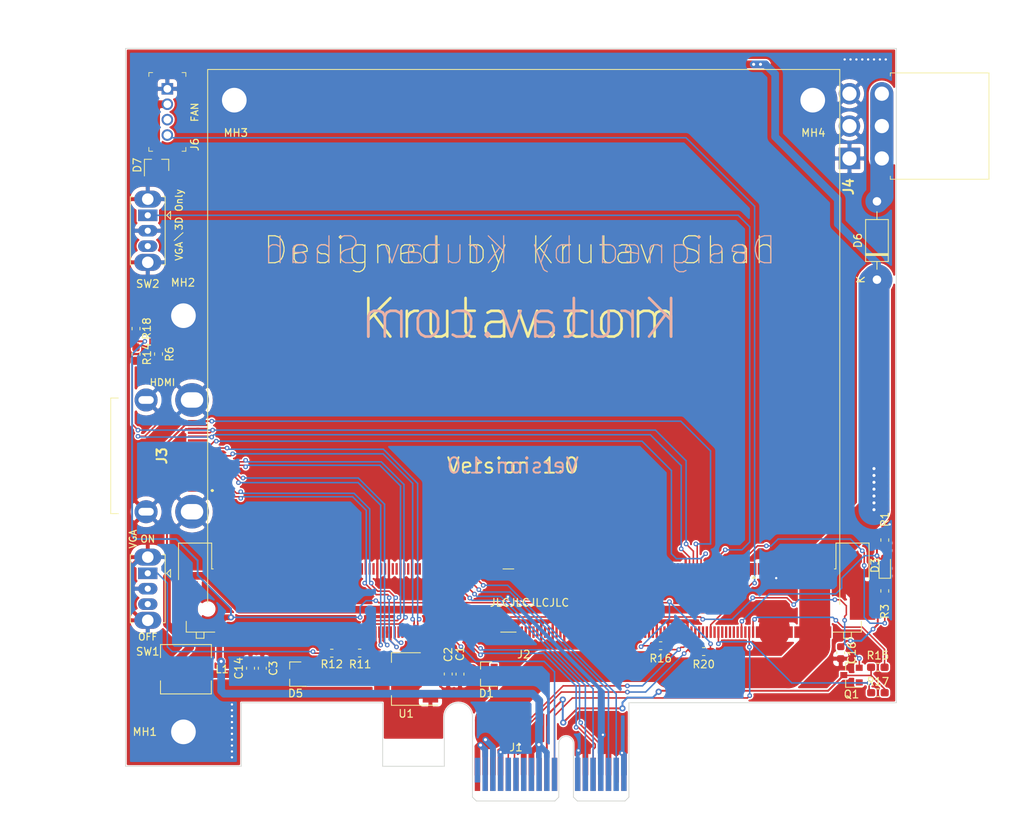
<source format=kicad_pcb>
(kicad_pcb (version 20171130) (host pcbnew "(5.1.6)-1")
  (layers (0 F.Cu signal) (31 B.Cu signal) (34 B.Paste user) (35 F.Paste user) (36 B.SilkS user) (37 F.SilkS user) (38 B.Mask user) (39 F.Mask user) (44 Edge.Cuts user))
  (net 0 "")
  (net 1 +12V)
  (net 2 GND)
  (net 3 +3V3)
  (net 4 "Net-(J1-PadB9)")
  (net 5 "Net-(J1-PadA1)")
  (net 6 "Net-(J1-PadB12)")
  (net 7 "Net-(J1-PadA5)")
  (net 8 "Net-(J1-PadA6)")
  (net 9 "Net-(J1-PadA7)")
  (net 10 "Net-(J1-PadA8)")
  (net 11 +5V)
  (net 12 "Net-(J2-Pad281)")
  (net 13 "Net-(J2-Pad274)")
  (net 14 "Net-(J2-Pad272)")
  (net 15 "Net-(J2-Pad270)")
  (net 16 "Net-(J2-Pad266)")
  (net 17 "Net-(J2-Pad264)")
  (net 18 "Net-(J2-Pad260)")
  (net 19 "Net-(J2-Pad258)")
  (net 20 "Net-(J2-Pad254)")
  (net 21 "Net-(J2-Pad252)")
  (net 22 "Net-(J2-Pad249)")
  (net 23 "Net-(J2-Pad248)")
  (net 24 "Net-(J2-Pad247)")
  (net 25 "Net-(J2-Pad246)")
  (net 26 "Net-(J2-Pad245)")
  (net 27 "Net-(J2-Pad243)")
  (net 28 "Net-(J2-Pad242)")
  (net 29 "Net-(J2-Pad241)")
  (net 30 "Net-(J2-Pad240)")
  (net 31 "Net-(J2-Pad239)")
  (net 32 "Net-(J2-Pad238)")
  (net 33 "Net-(J2-Pad237)")
  (net 34 "Net-(J2-Pad235)")
  (net 35 "Net-(J2-Pad234)")
  (net 36 "Net-(J2-Pad233)")
  (net 37 "Net-(J2-Pad231)")
  (net 38 "Net-(J2-Pad229)")
  (net 39 "Net-(J2-Pad227)")
  (net 40 "Net-(J2-Pad225)")
  (net 41 "Net-(J2-Pad223)")
  (net 42 "Net-(J2-Pad219)")
  (net 43 "Net-(J2-Pad217)")
  (net 44 "Net-(J2-Pad213)")
  (net 45 "Net-(J2-Pad211)")
  (net 46 "Net-(J2-Pad207)")
  (net 47 "Net-(J2-Pad205)")
  (net 48 "Net-(J2-Pad201)")
  (net 49 "Net-(J2-Pad199)")
  (net 50 "Net-(J2-Pad195)")
  (net 51 "Net-(J2-Pad193)")
  (net 52 "Net-(J2-Pad189)")
  (net 53 "Net-(J2-Pad187)")
  (net 54 "Net-(J2-Pad184)")
  (net 55 "Net-(J2-Pad183)")
  (net 56 "Net-(J2-Pad182)")
  (net 57 "Net-(J2-Pad181)")
  (net 58 "Net-(J2-Pad177)")
  (net 59 "Net-(J2-Pad175)")
  (net 60 "Net-(J2-Pad171)")
  (net 61 "Net-(J2-Pad169)")
  (net 62 "Net-(J2-Pad167)")
  (net 63 "Net-(J2-Pad165)")
  (net 64 "Net-(J2-Pad163)")
  (net 65 "Net-(J2-Pad161)")
  (net 66 "Net-(J2-Pad160)")
  (net 67 "Net-(J2-Pad159)")
  (net 68 "Net-(J2-Pad158)")
  (net 69 "Net-(J2-Pad45)")
  (net 70 "Net-(J2-Pad44)")
  (net 71 "Net-(J2-Pad43)")
  (net 72 "Net-(J2-Pad42)")
  (net 73 "Net-(J2-Pad41)")
  (net 74 "Net-(J2-Pad40)")
  (net 75 "Net-(J2-Pad39)")
  (net 76 "Net-(J2-Pad38)")
  (net 77 "Net-(J2-Pad30)")
  (net 78 "Net-(J2-Pad28)")
  (net 79 "Net-(J2-Pad27)")
  (net 80 "Net-(J2-Pad26)")
  (net 81 "Net-(J2-Pad25)")
  (net 82 "Net-(J2-Pad23)")
  (net 83 "Net-(J2-Pad22)")
  (net 84 "Net-(J2-Pad19)")
  (net 85 "Net-(J2-Pad18)")
  (net 86 "Net-(J2-Pad16)")
  (net 87 "Net-(J2-Pad14)")
  (net 88 "Net-(J2-Pad12)")
  (net 89 "Net-(J2-Pad10)")
  (net 90 "Net-(J2-Pad6)")
  (net 91 "Net-(FB1-Pad1)")
  (net 92 "Net-(FB2-Pad1)")
  (net 93 "Net-(FB3-Pad1)")
  (net 94 "Net-(FB4-Pad1)")
  (net 95 "Net-(FB5-Pad2)")
  (net 96 /WAKE)
  (net 97 /PET0_P)
  (net 98 /PET0_N)
  (net 99 /PERST)
  (net 100 /REFCLK_N)
  (net 101 /PER0_P)
  (net 102 /PER0_N)
  (net 103 /REFCLK_P)
  (net 104 "Net-(C4-Pad1)")
  (net 105 "Net-(C5-Pad1)")
  (net 106 "Net-(C6-Pad1)")
  (net 107 "Net-(C7-Pad1)")
  (net 108 "Net-(C8-Pad1)")
  (net 109 "Net-(C9-Pad1)")
  (net 110 "Net-(C10-Pad1)")
  (net 111 "Net-(C11-Pad1)")
  (net 112 "Net-(C12-Pad1)")
  (net 113 "Net-(C13-Pad1)")
  (net 114 /DP_D_HPD)
  (net 115 /DP_D_AUX)
  (net 116 /DP_D_AUX#)
  (net 117 /DP_D_L3)
  (net 118 /DP_D_L3#)
  (net 119 /PET1_P)
  (net 120 /PER1_P)
  (net 121 /PET1_N)
  (net 122 /PER1_N)
  (net 123 /PET2_P)
  (net 124 /PER2_P)
  (net 125 /PET2_N)
  (net 126 /PER2_N)
  (net 127 /PER3_P)
  (net 128 /PET3_P)
  (net 129 /PER3_N)
  (net 130 /PET3_N)
  (net 131 /PER4_P)
  (net 132 /PET4_P)
  (net 133 /PER4_N)
  (net 134 /PET4_N)
  (net 135 /PER5_P)
  (net 136 /PET5_P)
  (net 137 /PER5_N)
  (net 138 /PET5_N)
  (net 139 /PER6_P)
  (net 140 /PET6_P)
  (net 141 /PER6_N)
  (net 142 /PET6_N)
  (net 143 /PER7_P)
  (net 144 /PET7_P)
  (net 145 /PER7_N)
  (net 146 /PET7_N)
  (net 147 /PER8_P)
  (net 148 /PET8_P)
  (net 149 /PER8_N)
  (net 150 /PET8_N)
  (net 151 /PER9_P)
  (net 152 /PET9_P)
  (net 153 /PER9_N)
  (net 154 /PET9_N)
  (net 155 /PER10_P)
  (net 156 /PET10_P)
  (net 157 /PER10_N)
  (net 158 /PET10_N)
  (net 159 /PER11_P)
  (net 160 /PET11_P)
  (net 161 /PER11_N)
  (net 162 /PET11_N)
  (net 163 /PER12_P)
  (net 164 /PET12_P)
  (net 165 /PER12_N)
  (net 166 /PET12_N)
  (net 167 /PER13_P)
  (net 168 /PET13_P)
  (net 169 /PER13_N)
  (net 170 /PET13_N)
  (net 171 /PER14_P)
  (net 172 /PET14_P)
  (net 173 /PER14_N)
  (net 174 /PET14_N)
  (net 175 /PER15_P)
  (net 176 /PET15_P)
  (net 177 /PER15_N)
  (net 178 /PET15_N)
  (net 179 CEC)
  (net 180 /TH_OVERT#)
  (net 181 "Net-(C1-Pad1)")
  (net 182 "Net-(D5-Pad2)")
  (net 183 "Net-(D6-Pad2)")
  (net 184 +3.3VA)
  (net 185 /DP_A_HPD)
  (net 186 /D0_P)
  (net 187 /D0_N)
  (net 188 /D1_P)
  (net 189 /D1_N)
  (net 190 /D2_P)
  (net 191 /D2_N)
  (net 192 /CK_N)
  (net 193 /CK_P)
  (net 194 "Net-(J2-Pad154)")
  (net 195 /TMDS_SCL)
  (net 196 /TMDS_SDA)
  (net 197 /TMDS_HPD)
  (net 198 TH_PWM)
  (net 199 /VGA_DISABLE#)
  (net 200 /PRSNT_R#)
  (net 201 "Net-(J3-Pad14)")
  (net 202 /SMCLK)
  (net 203 /SMDAT)
  (net 204 Enable)
  (net 205 "Net-(D7-Pad1)")
  (net 206 "Net-(C14-Pad2)")
  (module Capacitor_SMD:C_0603_1608Metric (layer F.Cu) (at 162.306 128.41 270)
    (fp_text reference C16 (at 0 -1.43 90) (layer F.SilkS))
    (fp_text value C_0603_1608Metric)
    (pad 2 smd roundrect (at 0.775 0 270) (size 0.9 0.95) (layers F.Cu F.Paste F.Mask) (net 2 GND))
    (pad 1 smd roundrect (at -0.775 0 270) (size 0.9 0.95) (layers F.Cu F.Paste F.Mask) (net 204 Enable))
  )
  (module Inductor_SMD:L_6.3x6.3_H3 (layer F.Cu) (at 77.343 130.556)
    (fp_text reference L1 (at 4.699 0) (layer F.SilkS))
    (fp_text value L_6.3x6.3_H3)
    (pad 1 smd rect (at 2.75 0) (size 1.5 2.4) (layers F.Cu F.Paste F.Mask) (net 11 +5V))
    (pad 2 smd rect (at -2.75 0) (size 1.5 2.4) (layers F.Cu F.Paste F.Mask) (net 11 +5V))
  )
  (module Capacitor_SMD:C_0603_1608Metric (layer F.Cu) (at 85.725 130.429 270)
    (fp_text reference C14 (at 0 1.524 90) (layer F.SilkS))
    (fp_text value C_0603_1608Metric)
    (pad 2 smd roundrect (at 0.775 0 270) (size 0.9 0.95) (layers F.Cu F.Paste F.Mask) (net 11 +5V))
    (pad 1 smd roundrect (at -0.775 0 270) (size 0.9 0.95) (layers F.Cu F.Paste F.Mask) (net 2 GND))
  )
  (module Capacitor_SMD:C_0603_1608Metric (layer F.Cu) (at 87.249 130.429 270)
    (fp_text reference C3 (at 0 -1.43 90) (layer F.SilkS))
    (fp_text value C_0603_1608Metric)
    (pad 1 smd roundrect (at -0.775 0 270) (size 0.9 0.95) (layers F.Cu F.Paste F.Mask) (net 2 GND))
    (pad 2 smd roundrect (at 0.775 0 270) (size 0.9 0.95) (layers F.Cu F.Paste F.Mask) (net 11 +5V))
  )
  (module Capacitor_SMD:C_0603_1608Metric (layer F.Cu) (at 111.379 131.178 270)
    (fp_text reference C2 (at -2.527 0 90) (layer F.SilkS))
    (fp_text value C_0603_1608Metric)
    (pad 1 smd roundrect (at -0.775 0 270) (size 0.9 0.95) (layers F.Cu F.Paste F.Mask) (net 181 "Net-(C1-Pad1)"))
    (pad 2 smd roundrect (at 0.775 0 270) (size 0.9 0.95) (layers F.Cu F.Paste F.Mask) (net 2 GND))
  )
  (module Capacitor_SMD:C_0603_1608Metric (layer F.Cu) (at 112.903 131.191 270)
    (fp_text reference C1 (at -2.667 0 90) (layer F.SilkS))
    (fp_text value C_0603_1608Metric)
    (pad 1 smd roundrect (at -0.775 0 270) (size 0.9 0.95) (layers F.Cu F.Paste F.Mask) (net 181 "Net-(C1-Pad1)"))
    (pad 2 smd roundrect (at 0.775 0 270) (size 0.9 0.95) (layers F.Cu F.Paste F.Mask) (net 2 GND))
  )
  (module Resistor_SMD:R_0603_1608Metric_Pad1.05x0.95mm_HandSolder (layer F.Cu) (at 144.526 128.27)
    (fp_text reference R20 (at 0 1.651) (layer F.SilkS))
    (fp_text value R_0603_1608Metric_Pad1.05x0.95mm_HandSolder)
    (pad 1 smd roundrect (at -0.875 0) (size 1.05 0.95) (layers F.Cu F.Paste F.Mask) (net 203 /SMDAT))
    (pad 2 smd roundrect (at 0.875 0) (size 1.05 0.95) (layers F.Cu F.Paste F.Mask) (net 3 +3V3))
  )
  (module Resistor_SMD:R_0603_1608Metric_Pad1.05x0.95mm_HandSolder (layer F.Cu) (at 138.938 127.508)
    (fp_text reference R16 (at 0 1.651) (layer F.SilkS))
    (fp_text value R_0603_1608Metric_Pad1.05x0.95mm_HandSolder)
    (pad 1 smd roundrect (at -0.875 0) (size 1.05 0.95) (layers F.Cu F.Paste F.Mask) (net 3 +3V3))
    (pad 2 smd roundrect (at 0.875 0) (size 1.05 0.95) (layers F.Cu F.Paste F.Mask) (net 202 /SMCLK))
  )
  (module Resistor_SMD:R_0603_1608Metric_Pad1.05x0.95mm_HandSolder (layer F.Cu) (at 73.787 89.662 270)
    (fp_text reference R6 (at 0 -1.43 90) (layer F.SilkS))
    (fp_text value R_0603_1608Metric_Pad1.05x0.95mm_HandSolder)
    (pad 1 smd roundrect (at -0.875 0 270) (size 1.05 0.95) (layers F.Cu F.Paste F.Mask) (net 2 GND))
    (pad 2 smd roundrect (at 0.875 0 270) (size 1.05 0.95) (layers F.Cu F.Paste F.Mask) (net 197 /TMDS_HPD))
  )
  (module Resistor_SMD:R_0603_1608Metric_Pad1.05x0.95mm_HandSolder (layer F.Cu) (at 168.021 113.792 90)
    (fp_text reference R1 (at 2.667 0 90) (layer F.SilkS))
    (fp_text value R_0603_1608Metric_Pad1.05x0.95mm_HandSolder)
    (pad 2 smd roundrect (at 0.875 0 90) (size 1.05 0.95) (layers F.Cu F.Paste F.Mask) (net 204 Enable))
    (pad 1 smd roundrect (at -0.875 0 90) (size 1.05 0.95) (layers F.Cu F.Paste F.Mask) (net 2 GND))
  )
  (module Resistor_SMD:R_0603_1608Metric_Pad1.05x0.95mm_HandSolder (layer F.Cu) (at 168.021 120.396 90)
    (fp_text reference R3 (at -2.667 0 90) (layer F.SilkS))
    (fp_text value R_0603_1608Metric_Pad1.05x0.95mm_HandSolder)
    (pad 2 smd roundrect (at 0.875 0 90) (size 1.05 0.95) (layers F.Cu F.Paste F.Mask) (net 204 Enable))
    (pad 1 smd roundrect (at -0.875 0 90) (size 1.05 0.95) (layers F.Cu F.Paste F.Mask) (net 11 +5V))
  )
  (module LED_SMD:LED_0603_1608Metric_Pad1.05x0.95mm_HandSolder (layer F.Cu) (at 168.021 117.094 90)
    (fp_text reference D3 (at 0 -1.27 90) (layer F.SilkS))
    (fp_text value LED_0603_1608Metric_Pad1.05x0.95mm_HandSolder)
    (pad 2 smd roundrect (at 0.875 0 90) (size 1.05 0.95) (layers F.Cu F.Paste F.Mask) (net 204 Enable))
    (pad 1 smd roundrect (at -0.875 0 90) (size 1.05 0.95) (layers F.Cu F.Paste F.Mask) (net 2 GND))
  )
  (module Resistor_SMD:R_0603_1608Metric_Pad1.05x0.95mm_HandSolder (layer F.Cu) (at 167.132 133.604)
    (fp_text reference R17 (at 0 -1.43) (layer F.SilkS))
    (fp_text value R_0603_1608Metric_Pad1.05x0.95mm_HandSolder)
    (pad 1 smd roundrect (at -0.875 0) (size 1.05 0.95) (layers F.Cu F.Paste F.Mask) (net 180 /TH_OVERT#))
    (pad 2 smd roundrect (at 0.875 0) (size 1.05 0.95) (layers F.Cu F.Paste F.Mask) (net 184 +3.3VA))
  )
  (module Resistor_SMD:R_0603_1608Metric_Pad1.05x0.95mm_HandSolder (layer F.Cu) (at 70.866 86.36 270)
    (fp_text reference R18 (at 0 -1.397 90) (layer F.SilkS))
    (fp_text value R_0603_1608Metric_Pad1.05x0.95mm_HandSolder)
    (pad 1 smd roundrect (at -0.875 0 270) (size 1.05 0.95) (layers F.Cu F.Paste F.Mask) (net 195 /TMDS_SCL))
    (pad 2 smd roundrect (at 0.875 0 270) (size 1.05 0.95) (layers F.Cu F.Paste F.Mask) (net 3 +3V3))
  )
  (module Resistor_SMD:R_0603_1608Metric_Pad1.05x0.95mm_HandSolder (layer F.Cu) (at 70.866 89.662 270)
    (fp_text reference R14 (at 0 -1.43 90) (layer F.SilkS))
    (fp_text value R_0603_1608Metric_Pad1.05x0.95mm_HandSolder)
    (pad 2 smd roundrect (at 0.875 0 270) (size 1.05 0.95) (layers F.Cu F.Paste F.Mask) (net 196 /TMDS_SDA))
    (pad 1 smd roundrect (at -0.875 0 270) (size 1.05 0.95) (layers F.Cu F.Paste F.Mask) (net 3 +3V3))
  )
  (module Resistor_SMD:R_0603_1608Metric_Pad1.05x0.95mm_HandSolder (layer F.Cu) (at 167.118 130.302 180)
    (fp_text reference R15 (at 0 1.524) (layer F.SilkS))
    (fp_text value R_0603_1608Metric_Pad1.05x0.95mm_HandSolder)
    (pad 1 smd roundrect (at -0.875 0 180) (size 1.05 0.95) (layers F.Cu F.Paste F.Mask) (net 200 /PRSNT_R#))
    (pad 2 smd roundrect (at 0.875 0 180) (size 1.05 0.95) (layers F.Cu F.Paste F.Mask) (net 184 +3.3VA))
  )
  (module Diode_SMD:D_SOT-23_ANK (layer F.Cu) (at 73.533 65.151 90)
    (fp_text reference D7 (at 0 -2.5 90) (layer F.SilkS))
    (fp_text value PMEG4010ET)
    (pad 1 smd rect (at 1 0 90) (size 0.9 0.8) (layers F.Cu F.Paste F.Mask) (net 205 "Net-(D7-Pad1)"))
    (pad "" smd rect (at -1 0.95 90) (size 0.9 0.8) (layers F.Cu F.Paste F.Mask))
    (pad 2 smd rect (at -1 -0.95 90) (size 0.9 0.8) (layers F.Cu F.Paste F.Mask) (net 1 +12V))
  )
  (module Resistor_SMD:R_0603_1608Metric_Pad1.05x0.95mm_HandSolder (layer F.Cu) (at 99.8855 128.4605)
    (fp_text reference R11 (at 0.0635 1.4605) (layer F.SilkS))
    (fp_text value R_0603_1608Metric_Pad1.05x0.95mm_HandSolder)
    (pad 1 smd roundrect (at -0.875 0) (size 1.05 0.95) (layers F.Cu F.Paste F.Mask) (net 2 GND))
    (pad 2 smd roundrect (at 0.875 0) (size 1.05 0.95) (layers F.Cu F.Paste F.Mask) (net 95 "Net-(FB5-Pad2)"))
  )
  (module Button_Switch_THT:SW_Slide_1P2T_CK_OS102011MS2Q (layer F.Cu) (at 72.39 71.66 270)
    (fp_text reference SW2 (at 8.89 0 180) (layer F.SilkS))
    (fp_text value SW_Slide_1P2T_CK_OS102011MS2Q)
    (pad 1 thru_hole rect (at 0 0 270) (size 1.5 2.5) (drill 0.8) (layers *.Cu *.Mask) (net 199 /VGA_DISABLE#))
    (pad 2 thru_hole oval (at 2 0 270) (size 1.5 2.5) (drill 0.8) (layers *.Cu *.Mask) (net 2 GND))
    (pad 3 thru_hole oval (at 4 0 270) (size 1.5 2.5) (drill 0.8) (layers *.Cu *.Mask))
    (pad "" thru_hole oval (at -2.1 0 270) (size 2.2 3.5) (drill 1.5) (layers *.Cu *.Mask) (net 2 GND))
    (pad "" thru_hole oval (at 6.1 0 270) (size 2.2 3.5) (drill 1.5) (layers *.Cu *.Mask) (net 2 GND))
  )
  (module 455580003 (layer F.Cu) (at 167.64 55.88 270)
    (fp_text reference J4 (at 12.065 4.318 90) (layer F.SilkS) (effects (font (size 1.27 1.27) (thickness 0.254))))
    (fp_text value 45558-0003 hide)
    (pad 1 thru_hole circle (at 0 0 270) (size 2.775 2.775) (drill 1.85) (layers *.Cu *.Mask) (net 183 "Net-(D6-Pad2)"))
    (pad 2 thru_hole circle (at 4.2 0 270) (size 2.775 2.775) (drill 1.85) (layers *.Cu *.Mask) (net 183 "Net-(D6-Pad2)"))
    (pad 3 thru_hole circle (at 8.4 0 270) (size 2.775 2.775) (drill 1.85) (layers *.Cu *.Mask) (net 183 "Net-(D6-Pad2)"))
    (pad 4 thru_hole circle (at 0 4.2 270) (size 2.775 2.775) (drill 1.85) (layers *.Cu *.Mask) (net 2 GND))
    (pad 5 thru_hole circle (at 4.2 4.2 270) (size 2.775 2.775) (drill 1.85) (layers *.Cu *.Mask) (net 2 GND))
    (pad 6 thru_hole rect (at 8.4 4.2 270) (size 2.775 2.775) (drill 1.85) (layers *.Cu *.Mask) (net 2 GND))
    (pad MH1 np_thru_hole circle (at 0 -7.3 270) (size 3.05 0) (drill 3.05) (layers *.Cu *.Mask))
    (pad MH2 np_thru_hole circle (at 8.4 -7.3 270) (size 3.05 0) (drill 3.05) (layers *.Cu *.Mask))
  )
  (module Connector_JAE:JAE_MM70-314-310B1 (layer F.Cu) (at 121.1834 121.6406 180)
    (fp_text reference J2 (at 0 -7) (layer F.SilkS))
    (fp_text value MXM3.0)
    (pad E4 smd rect (at -32.5 -4.1 180) (size 4.8 1.5) (layers F.Cu F.Paste F.Mask) (net 2 GND))
    (pad E2 smd rect (at -37.5 -4.1 180) (size 4.8 1.5) (layers F.Cu F.Paste F.Mask) (net 1 +12V))
    (pad E3 smd rect (at -32.75 4.1 180) (size 4.8 1.5) (layers F.Cu F.Paste F.Mask) (net 2 GND))
    (pad E1 smd rect (at -37.75 4.1 180) (size 4.8 1.5) (layers F.Cu F.Paste F.Mask) (net 1 +12V))
    (pad 280 smd rect (at 39.5 -4.1 180) (size 0.8 1.5) (layers F.Cu F.Paste F.Mask) (net 3 +3V3))
    (pad 281 smd rect (at 40 4.1 180) (size 0.3 1.5) (layers F.Cu F.Paste F.Mask) (net 12 "Net-(J2-Pad281)"))
    (pad 279 smd rect (at 39.5 4.1 180) (size 0.3 1.5) (layers F.Cu F.Paste F.Mask) (net 104 "Net-(C4-Pad1)"))
    (pad 278 smd rect (at 39.5 -4.1 180) (size 0.8 1.5) (layers F.Cu F.Paste F.Mask) (net 3 +3V3))
    (pad 277 smd rect (at 39 4.1 180) (size 0.3 1.5) (layers F.Cu F.Paste F.Mask) (net 105 "Net-(C5-Pad1)"))
    (pad 276 smd rect (at 38.75 -4.1 180) (size 0.3 1.5) (layers F.Cu F.Paste F.Mask) (net 185 /DP_A_HPD))
    (pad 275 smd rect (at 38.5 4.1 180) (size 0.3 1.5) (layers F.Cu F.Paste F.Mask) (net 2 GND))
    (pad 274 smd rect (at 38.25 -4.1 180) (size 0.3 1.5) (layers F.Cu F.Paste F.Mask) (net 13 "Net-(J2-Pad274)"))
    (pad 273 smd rect (at 38 4.1 180) (size 0.3 1.5) (layers F.Cu F.Paste F.Mask) (net 106 "Net-(C6-Pad1)"))
    (pad 272 smd rect (at 37.75 -4.1 180) (size 0.3 1.5) (layers F.Cu F.Paste F.Mask) (net 14 "Net-(J2-Pad272)"))
    (pad 271 smd rect (at 37.5 4.1 180) (size 0.3 1.5) (layers F.Cu F.Paste F.Mask) (net 107 "Net-(C7-Pad1)"))
    (pad 270 smd rect (at 37.25 -4.1 180) (size 0.3 1.5) (layers F.Cu F.Paste F.Mask) (net 15 "Net-(J2-Pad270)"))
    (pad 269 smd rect (at 37 4.1 180) (size 0.3 1.5) (layers F.Cu F.Paste F.Mask) (net 2 GND))
    (pad 268 smd rect (at 36.75 -4.1 180) (size 0.3 1.5) (layers F.Cu F.Paste F.Mask) (net 2 GND))
    (pad 267 smd rect (at 36.5 4.1 180) (size 0.3 1.5) (layers F.Cu F.Paste F.Mask) (net 108 "Net-(C8-Pad1)"))
    (pad 266 smd rect (at 36.25 -4.1 180) (size 0.3 1.5) (layers F.Cu F.Paste F.Mask) (net 16 "Net-(J2-Pad266)"))
    (pad 265 smd rect (at 36 4.1 180) (size 0.3 1.5) (layers F.Cu F.Paste F.Mask) (net 109 "Net-(C9-Pad1)"))
    (pad 264 smd rect (at 35.75 -4.1 180) (size 0.3 1.5) (layers F.Cu F.Paste F.Mask) (net 17 "Net-(J2-Pad264)"))
    (pad 263 smd rect (at 35.5 4.1 180) (size 0.3 1.5) (layers F.Cu F.Paste F.Mask) (net 2 GND))
    (pad 262 smd rect (at 35.25 -4.1 180) (size 0.3 1.5) (layers F.Cu F.Paste F.Mask) (net 2 GND))
    (pad 261 smd rect (at 35 4.1 180) (size 0.3 1.5) (layers F.Cu F.Paste F.Mask) (net 110 "Net-(C10-Pad1)"))
    (pad 260 smd rect (at 34.75 -4.1 180) (size 0.3 1.5) (layers F.Cu F.Paste F.Mask) (net 18 "Net-(J2-Pad260)"))
    (pad 259 smd rect (at 34.5 4.1 180) (size 0.3 1.5) (layers F.Cu F.Paste F.Mask) (net 111 "Net-(C11-Pad1)"))
    (pad 258 smd rect (at 34.25 -4.1 180) (size 0.3 1.5) (layers F.Cu F.Paste F.Mask) (net 19 "Net-(J2-Pad258)"))
    (pad 257 smd rect (at 34 4.1 180) (size 0.3 1.5) (layers F.Cu F.Paste F.Mask) (net 2 GND))
    (pad 256 smd rect (at 33.75 -4.1 180) (size 0.3 1.5) (layers F.Cu F.Paste F.Mask) (net 2 GND))
    (pad 255 smd rect (at 33.5 4.1 180) (size 0.3 1.5) (layers F.Cu F.Paste F.Mask) (net 112 "Net-(C12-Pad1)"))
    (pad 254 smd rect (at 33.25 -4.1 180) (size 0.3 1.5) (layers F.Cu F.Paste F.Mask) (net 20 "Net-(J2-Pad254)"))
    (pad 253 smd rect (at 33 4.1 180) (size 0.3 1.5) (layers F.Cu F.Paste F.Mask) (net 113 "Net-(C13-Pad1)"))
    (pad 252 smd rect (at 32.75 -4.1 180) (size 0.3 1.5) (layers F.Cu F.Paste F.Mask) (net 21 "Net-(J2-Pad252)"))
    (pad 251 smd rect (at 32.5 4.1 180) (size 0.3 1.5) (layers F.Cu F.Paste F.Mask) (net 2 GND))
    (pad 250 smd rect (at 32.25 -4.1 180) (size 0.3 1.5) (layers F.Cu F.Paste F.Mask) (net 2 GND))
    (pad 249 smd rect (at 32 4.1 180) (size 0.3 1.5) (layers F.Cu F.Paste F.Mask) (net 22 "Net-(J2-Pad249)"))
    (pad 248 smd rect (at 31.75 -4.1 180) (size 0.3 1.5) (layers F.Cu F.Paste F.Mask) (net 23 "Net-(J2-Pad248)"))
    (pad 247 smd rect (at 31.5 4.1 180) (size 0.3 1.5) (layers F.Cu F.Paste F.Mask) (net 24 "Net-(J2-Pad247)"))
    (pad 246 smd rect (at 31.25 -4.1 180) (size 0.3 1.5) (layers F.Cu F.Paste F.Mask) (net 25 "Net-(J2-Pad246)"))
    (pad 245 smd rect (at 31 4.1 180) (size 0.3 1.5) (layers F.Cu F.Paste F.Mask) (net 26 "Net-(J2-Pad245)"))
    (pad 244 smd rect (at 30.75 -4.1 180) (size 0.3 1.5) (layers F.Cu F.Paste F.Mask) (net 2 GND))
    (pad 243 smd rect (at 30.5 4.1 180) (size 0.3 1.5) (layers F.Cu F.Paste F.Mask) (net 27 "Net-(J2-Pad243)"))
    (pad 242 smd rect (at 30.25 -4.1 180) (size 0.3 1.5) (layers F.Cu F.Paste F.Mask) (net 28 "Net-(J2-Pad242)"))
    (pad 241 smd rect (at 30 4.1 180) (size 0.3 1.5) (layers F.Cu F.Paste F.Mask) (net 29 "Net-(J2-Pad241)"))
    (pad 240 smd rect (at 29.75 -4.1 180) (size 0.3 1.5) (layers F.Cu F.Paste F.Mask) (net 30 "Net-(J2-Pad240)"))
    (pad 239 smd rect (at 29.5 4.1 180) (size 0.3 1.5) (layers F.Cu F.Paste F.Mask) (net 31 "Net-(J2-Pad239)"))
    (pad 238 smd rect (at 29.25 -4.1 180) (size 0.3 1.5) (layers F.Cu F.Paste F.Mask) (net 32 "Net-(J2-Pad238)"))
    (pad 237 smd rect (at 29 4.1 180) (size 0.3 1.5) (layers F.Cu F.Paste F.Mask) (net 33 "Net-(J2-Pad237)"))
    (pad 236 smd rect (at 28.75 -4.1 180) (size 0.3 1.5) (layers F.Cu F.Paste F.Mask) (net 114 /DP_D_HPD))
    (pad 235 smd rect (at 28.5 4.1 180) (size 0.3 1.5) (layers F.Cu F.Paste F.Mask) (net 34 "Net-(J2-Pad235)"))
    (pad 234 smd rect (at 28.25 -4.1 180) (size 0.3 1.5) (layers F.Cu F.Paste F.Mask) (net 35 "Net-(J2-Pad234)"))
    (pad 233 smd rect (at 28 4.1 180) (size 0.3 1.5) (layers F.Cu F.Paste F.Mask) (net 36 "Net-(J2-Pad233)"))
    (pad 232 smd rect (at 27.75 -4.1 180) (size 0.3 1.5) (layers F.Cu F.Paste F.Mask) (net 115 /DP_D_AUX))
    (pad 231 smd rect (at 27.5 4.1 180) (size 0.3 1.5) (layers F.Cu F.Paste F.Mask) (net 37 "Net-(J2-Pad231)"))
    (pad 230 smd rect (at 27.25 -4.1 180) (size 0.3 1.5) (layers F.Cu F.Paste F.Mask) (net 116 /DP_D_AUX#))
    (pad 229 smd rect (at 27 4.1 180) (size 0.3 1.5) (layers F.Cu F.Paste F.Mask) (net 38 "Net-(J2-Pad229)"))
    (pad 228 smd rect (at 26.75 -4.1 180) (size 0.3 1.5) (layers F.Cu F.Paste F.Mask) (net 2 GND))
    (pad 227 smd rect (at 26.5 4.1 180) (size 0.3 1.5) (layers F.Cu F.Paste F.Mask) (net 39 "Net-(J2-Pad227)"))
    (pad 226 smd rect (at 26.25 -4.1 180) (size 0.3 1.5) (layers F.Cu F.Paste F.Mask) (net 117 /DP_D_L3))
    (pad 225 smd rect (at 26 4.1 180) (size 0.3 1.5) (layers F.Cu F.Paste F.Mask) (net 40 "Net-(J2-Pad225)"))
    (pad 224 smd rect (at 25.75 -4.1 180) (size 0.3 1.5) (layers F.Cu F.Paste F.Mask) (net 118 /DP_D_L3#))
    (pad 223 smd rect (at 25.5 4.1 180) (size 0.3 1.5) (layers F.Cu F.Paste F.Mask) (net 41 "Net-(J2-Pad223)"))
    (pad 222 smd rect (at 25.25 -4.1 180) (size 0.3 1.5) (layers F.Cu F.Paste F.Mask) (net 2 GND))
    (pad 221 smd rect (at 25 4.1 180) (size 0.3 1.5) (layers F.Cu F.Paste F.Mask) (net 2 GND))
    (pad 220 smd rect (at 24.75 -4.1 180) (size 0.3 1.5) (layers F.Cu F.Paste F.Mask) (net 117 /DP_D_L3))
    (pad 219 smd rect (at 24.5 4.1 180) (size 0.3 1.5) (layers F.Cu F.Paste F.Mask) (net 42 "Net-(J2-Pad219)"))
    (pad 218 smd rect (at 24.25 -4.1 180) (size 0.3 1.5) (layers F.Cu F.Paste F.Mask) (net 118 /DP_D_L3#))
    (pad 217 smd rect (at 24 4.1 180) (size 0.3 1.5) (layers F.Cu F.Paste F.Mask) (net 43 "Net-(J2-Pad217)"))
    (pad 216 smd rect (at 23.75 -4.1 180) (size 0.3 1.5) (layers F.Cu F.Paste F.Mask) (net 2 GND))
    (pad 215 smd rect (at 23.5 4.1 180) (size 0.3 1.5) (layers F.Cu F.Paste F.Mask) (net 2 GND))
    (pad 214 smd rect (at 23.25 -4.1 180) (size 0.3 1.5) (layers F.Cu F.Paste F.Mask) (net 117 /DP_D_L3))
    (pad 213 smd rect (at 23 4.1 180) (size 0.3 1.5) (layers F.Cu F.Paste F.Mask) (net 44 "Net-(J2-Pad213)"))
    (pad 212 smd rect (at 22.75 -4.1 180) (size 0.3 1.5) (layers F.Cu F.Paste F.Mask) (net 118 /DP_D_L3#))
    (pad 211 smd rect (at 22.5 4.1 180) (size 0.3 1.5) (layers F.Cu F.Paste F.Mask) (net 45 "Net-(J2-Pad211)"))
    (pad 210 smd rect (at 22.25 -4.1 180) (size 0.3 1.5) (layers F.Cu F.Paste F.Mask) (net 2 GND))
    (pad 209 smd rect (at 22 4.1 180) (size 0.3 1.5) (layers F.Cu F.Paste F.Mask) (net 2 GND))
    (pad 208 smd rect (at 21.75 -4.1 180) (size 0.3 1.5) (layers F.Cu F.Paste F.Mask) (net 117 /DP_D_L3))
    (pad 207 smd rect (at 21.5 4.1 180) (size 0.3 1.5) (layers F.Cu F.Paste F.Mask) (net 46 "Net-(J2-Pad207)"))
    (pad 206 smd rect (at 21.25 -4.1 180) (size 0.3 1.5) (layers F.Cu F.Paste F.Mask) (net 118 /DP_D_L3#))
    (pad 205 smd rect (at 21 4.1 180) (size 0.3 1.5) (layers F.Cu F.Paste F.Mask) (net 47 "Net-(J2-Pad205)"))
    (pad 204 smd rect (at 20.75 -4.1 180) (size 0.3 1.5) (layers F.Cu F.Paste F.Mask) (net 2 GND))
    (pad 203 smd rect (at 20.5 4.1 180) (size 0.3 1.5) (layers F.Cu F.Paste F.Mask) (net 2 GND))
    (pad 202 smd rect (at 20.25 -4.1 180) (size 0.3 1.5) (layers F.Cu F.Paste F.Mask) (net 186 /D0_P))
    (pad 201 smd rect (at 20 4.1 180) (size 0.3 1.5) (layers F.Cu F.Paste F.Mask) (net 48 "Net-(J2-Pad201)"))
    (pad 200 smd rect (at 19.75 -4.1 180) (size 0.3 1.5) (layers F.Cu F.Paste F.Mask) (net 187 /D0_N))
    (pad 199 smd rect (at 19.5 4.1 180) (size 0.3 1.5) (layers F.Cu F.Paste F.Mask) (net 49 "Net-(J2-Pad199)"))
    (pad 198 smd rect (at 19.25 -4.1 180) (size 0.3 1.5) (layers F.Cu F.Paste F.Mask) (net 2 GND))
    (pad 197 smd rect (at 19 4.1 180) (size 0.3 1.5) (layers F.Cu F.Paste F.Mask) (net 2 GND))
    (pad 196 smd rect (at 18.75 -4.1 180) (size 0.3 1.5) (layers F.Cu F.Paste F.Mask) (net 188 /D1_P))
    (pad 195 smd rect (at 18.5 4.1 180) (size 0.3 1.5) (layers F.Cu F.Paste F.Mask) (net 50 "Net-(J2-Pad195)"))
    (pad 194 smd rect (at 18.25 -4.1 180) (size 0.3 1.5) (layers F.Cu F.Paste F.Mask) (net 189 /D1_N))
    (pad 193 smd rect (at 18 4.1 180) (size 0.3 1.5) (layers F.Cu F.Paste F.Mask) (net 51 "Net-(J2-Pad193)"))
    (pad 192 smd rect (at 17.75 -4.1 180) (size 0.3 1.5) (layers F.Cu F.Paste F.Mask) (net 2 GND))
    (pad 191 smd rect (at 17.5 4.1 180) (size 0.3 1.5) (layers F.Cu F.Paste F.Mask) (net 2 GND))
    (pad 190 smd rect (at 17.25 -4.1 180) (size 0.3 1.5) (layers F.Cu F.Paste F.Mask) (net 190 /D2_P))
    (pad 189 smd rect (at 17 4.1 180) (size 0.3 1.5) (layers F.Cu F.Paste F.Mask) (net 52 "Net-(J2-Pad189)"))
    (pad 188 smd rect (at 16.75 -4.1 180) (size 0.3 1.5) (layers F.Cu F.Paste F.Mask) (net 191 /D2_N))
    (pad 187 smd rect (at 16.5 4.1 180) (size 0.3 1.5) (layers F.Cu F.Paste F.Mask) (net 53 "Net-(J2-Pad187)"))
    (pad 186 smd rect (at 16.25 -4.1 180) (size 0.3 1.5) (layers F.Cu F.Paste F.Mask) (net 2 GND))
    (pad 185 smd rect (at 16 4.1 180) (size 0.3 1.5) (layers F.Cu F.Paste F.Mask) (net 2 GND))
    (pad 184 smd rect (at 15.75 -4.1 180) (size 0.3 1.5) (layers F.Cu F.Paste F.Mask) (net 54 "Net-(J2-Pad184)"))
    (pad 183 smd rect (at 15.5 4.1 180) (size 0.3 1.5) (layers F.Cu F.Paste F.Mask) (net 55 "Net-(J2-Pad183)"))
    (pad 182 smd rect (at 15.25 -4.1 180) (size 0.3 1.5) (layers F.Cu F.Paste F.Mask) (net 56 "Net-(J2-Pad182)"))
    (pad 181 smd rect (at 15 4.1 180) (size 0.3 1.5) (layers F.Cu F.Paste F.Mask) (net 57 "Net-(J2-Pad181)"))
    (pad 180 smd rect (at 14.75 -4.1 180) (size 0.3 1.5) (layers F.Cu F.Paste F.Mask) (net 2 GND))
    (pad 179 smd rect (at 14.5 4.1 180) (size 0.3 1.5) (layers F.Cu F.Paste F.Mask) (net 2 GND))
    (pad 178 smd rect (at 14.25 -4.1 180) (size 0.3 1.5) (layers F.Cu F.Paste F.Mask) (net 193 /CK_P))
    (pad 177 smd rect (at 14 4.1 180) (size 0.3 1.5) (layers F.Cu F.Paste F.Mask) (net 58 "Net-(J2-Pad177)"))
    (pad 176 smd rect (at 13.75 -4.1 180) (size 0.3 1.5) (layers F.Cu F.Paste F.Mask) (net 192 /CK_N))
    (pad 175 smd rect (at 13.5 4.1 180) (size 0.3 1.5) (layers F.Cu F.Paste F.Mask) (net 59 "Net-(J2-Pad175)"))
    (pad 174 smd rect (at 13.25 -4.1 180) (size 0.3 1.5) (layers F.Cu F.Paste F.Mask) (net 2 GND))
    (pad 173 smd rect (at 13 4.1 180) (size 0.3 1.5) (layers F.Cu F.Paste F.Mask) (net 2 GND))
    (pad 172 smd rect (at 12.75 -4.1 180) (size 0.3 1.5) (layers F.Cu F.Paste F.Mask) (net 93 "Net-(FB3-Pad1)"))
    (pad 171 smd rect (at 12.5 4.1 180) (size 0.3 1.5) (layers F.Cu F.Paste F.Mask) (net 60 "Net-(J2-Pad171)"))
    (pad 170 smd rect (at 12.25 -4.1 180) (size 0.3 1.5) (layers F.Cu F.Paste F.Mask) (net 94 "Net-(FB4-Pad1)"))
    (pad 169 smd rect (at 12 4.1 180) (size 0.3 1.5) (layers F.Cu F.Paste F.Mask) (net 61 "Net-(J2-Pad169)"))
    (pad 168 smd rect (at 11.75 -4.1 180) (size 0.3 1.5) (layers F.Cu F.Paste F.Mask) (net 95 "Net-(FB5-Pad2)"))
    (pad 167 smd rect (at 11.5 4.1 180) (size 0.3 1.5) (layers F.Cu F.Paste F.Mask) (net 62 "Net-(J2-Pad167)"))
    (pad 166 smd rect (at 11.25 -4.1 180) (size 0.3 1.5) (layers F.Cu F.Paste F.Mask) (net 2 GND))
    (pad 165 smd rect (at 11 4.1 180) (size 0.3 1.5) (layers F.Cu F.Paste F.Mask) (net 63 "Net-(J2-Pad165)"))
    (pad 164 smd rect (at 10.75 -4.1 180) (size 0.3 1.5) (layers F.Cu F.Paste F.Mask) (net 91 "Net-(FB1-Pad1)"))
    (pad 163 smd rect (at 10.5 4.1 180) (size 0.3 1.5) (layers F.Cu F.Paste F.Mask) (net 64 "Net-(J2-Pad163)"))
    (pad 162 smd rect (at 10.25 -4.1 180) (size 0.3 1.5) (layers F.Cu F.Paste F.Mask) (net 92 "Net-(FB2-Pad1)"))
    (pad 161 smd rect (at 10 4.1 180) (size 0.3 1.5) (layers F.Cu F.Paste F.Mask) (net 65 "Net-(J2-Pad161)"))
    (pad 160 smd rect (at 9.75 -4.1 180) (size 0.3 1.5) (layers F.Cu F.Paste F.Mask) (net 66 "Net-(J2-Pad160)"))
    (pad 159 smd rect (at 9.5 4.1 180) (size 0.3 1.5) (layers F.Cu F.Paste F.Mask) (net 67 "Net-(J2-Pad159)"))
    (pad 158 smd rect (at 9.25 -4.1 180) (size 0.3 1.5) (layers F.Cu F.Paste F.Mask) (net 68 "Net-(J2-Pad158)"))
    (pad 157 smd rect (at 9 4.1 180) (size 0.3 1.5) (layers F.Cu F.Paste F.Mask) (net 2 GND))
    (pad 156 smd rect (at 8.75 -4.1 180) (size 0.3 1.5) (layers F.Cu F.Paste F.Mask) (net 99 /PERST))
    (pad 155 smd rect (at 8.5 4.1 180) (size 0.3 1.5) (layers F.Cu F.Paste F.Mask) (net 103 /REFCLK_P))
    (pad 154 smd rect (at 8.25 -4.1 180) (size 0.3 1.5) (layers F.Cu F.Paste F.Mask) (net 194 "Net-(J2-Pad154)"))
    (pad 153 smd rect (at 8 4.1 180) (size 0.3 1.5) (layers F.Cu F.Paste F.Mask) (net 100 /REFCLK_N))
    (pad 152 smd rect (at 7.75 -4.1 180) (size 0.3 1.5) (layers F.Cu F.Paste F.Mask) (net 2 GND))
    (pad 151 smd rect (at 7.5 4.1 180) (size 0.3 1.5) (layers F.Cu F.Paste F.Mask) (net 2 GND))
    (pad 150 smd rect (at 7.25 -4.1 180) (size 0.3 1.5) (layers F.Cu F.Paste F.Mask) (net 97 /PET0_P))
    (pad 149 smd rect (at 7 4.1 180) (size 0.3 1.5) (layers F.Cu F.Paste F.Mask) (net 101 /PER0_P))
    (pad 148 smd rect (at 6.75 -4.1 180) (size 0.3 1.5) (layers F.Cu F.Paste F.Mask) (net 98 /PET0_N))
    (pad 147 smd rect (at 6.5 4.1 180) (size 0.3 1.5) (layers F.Cu F.Paste F.Mask) (net 102 /PER0_N))
    (pad 146 smd rect (at 6.25 -4.1 180) (size 0.3 1.5) (layers F.Cu F.Paste F.Mask) (net 2 GND))
    (pad 145 smd rect (at 6 4.1 180) (size 0.3 1.5) (layers F.Cu F.Paste F.Mask) (net 2 GND))
    (pad 144 smd rect (at 5.75 -4.1 180) (size 0.3 1.5) (layers F.Cu F.Paste F.Mask) (net 119 /PET1_P))
    (pad 143 smd rect (at 5.5 4.1 180) (size 0.3 1.5) (layers F.Cu F.Paste F.Mask) (net 120 /PER1_P))
    (pad 142 smd rect (at 5.25 -4.1 180) (size 0.3 1.5) (layers F.Cu F.Paste F.Mask) (net 121 /PET1_N))
    (pad 141 smd rect (at 5 4.1 180) (size 0.3 1.5) (layers F.Cu F.Paste F.Mask) (net 122 /PER1_N))
    (pad 140 smd rect (at 4.75 -4.1 180) (size 0.3 1.5) (layers F.Cu F.Paste F.Mask) (net 2 GND))
    (pad 139 smd rect (at 4.5 4.1 180) (size 0.3 1.5) (layers F.Cu F.Paste F.Mask) (net 2 GND))
    (pad 138 smd rect (at 4.25 -4.1 180) (size 0.3 1.5) (layers F.Cu F.Paste F.Mask) (net 123 /PET2_P))
    (pad 137 smd rect (at 4 4.1 180) (size 0.3 1.5) (layers F.Cu F.Paste F.Mask) (net 124 /PER2_P))
    (pad 136 smd rect (at 3.75 -4.1 180) (size 0.3 1.5) (layers F.Cu F.Paste F.Mask) (net 125 /PET2_N))
    (pad 135 smd rect (at 3.5 4.1 180) (size 0.3 1.5) (layers F.Cu F.Paste F.Mask) (net 126 /PER2_N))
    (pad 134 smd rect (at 3.25 -4.1 180) (size 0.3 1.5) (layers F.Cu F.Paste F.Mask) (net 2 GND))
    (pad 133 smd rect (at 3 4.1 180) (size 0.3 1.5) (layers F.Cu F.Paste F.Mask) (net 2 GND))
    (pad 125 smd rect (at 1 4.1 180) (size 0.3 1.5) (layers F.Cu F.Paste F.Mask) (net 2 GND))
    (pad MP smd rect (at 43.95 0 180) (size 3.3 5) (layers F.Cu F.Paste F.Mask) (net 2 GND))
    (pad MP smd rect (at -43.95 0 180) (size 3.3 5) (layers F.Cu F.Paste F.Mask) (net 2 GND))
    (pad 124 smd rect (at 0.75 -4.1 180) (size 0.3 1.5) (layers F.Cu F.Paste F.Mask) (net 2 GND))
    (pad 123 smd rect (at 0.5 4.1 180) (size 0.3 1.5) (layers F.Cu F.Paste F.Mask) (net 127 /PER3_P))
    (pad 122 smd rect (at 0.25 -4.1 180) (size 0.3 1.5) (layers F.Cu F.Paste F.Mask) (net 128 /PET3_P))
    (pad 121 smd rect (at 0 4.1 180) (size 0.3 1.5) (layers F.Cu F.Paste F.Mask) (net 129 /PER3_N))
    (pad 120 smd rect (at -0.25 -4.1 180) (size 0.3 1.5) (layers F.Cu F.Paste F.Mask) (net 130 /PET3_N))
    (pad 119 smd rect (at -0.5 4.1 180) (size 0.3 1.5) (layers F.Cu F.Paste F.Mask) (net 2 GND))
    (pad 118 smd rect (at -0.75 -4.1 180) (size 0.3 1.5) (layers F.Cu F.Paste F.Mask) (net 2 GND))
    (pad 117 smd rect (at -1 4.1 180) (size 0.3 1.5) (layers F.Cu F.Paste F.Mask) (net 131 /PER4_P))
    (pad 116 smd rect (at -1.25 -4.1 180) (size 0.3 1.5) (layers F.Cu F.Paste F.Mask) (net 132 /PET4_P))
    (pad 115 smd rect (at -1.5 4.1 180) (size 0.3 1.5) (layers F.Cu F.Paste F.Mask) (net 133 /PER4_N))
    (pad 114 smd rect (at -1.75 -4.1 180) (size 0.3 1.5) (layers F.Cu F.Paste F.Mask) (net 134 /PET4_N))
    (pad 113 smd rect (at -2 4.1 180) (size 0.3 1.5) (layers F.Cu F.Paste F.Mask) (net 2 GND))
    (pad 112 smd rect (at -2.25 -4.1 180) (size 0.3 1.5) (layers F.Cu F.Paste F.Mask) (net 2 GND))
    (pad 111 smd rect (at -2.5 4.1 180) (size 0.3 1.5) (layers F.Cu F.Paste F.Mask) (net 135 /PER5_P))
    (pad 110 smd rect (at -2.75 -4.1 180) (size 0.3 1.5) (layers F.Cu F.Paste F.Mask) (net 136 /PET5_P))
    (pad 109 smd rect (at -3 4.1 180) (size 0.3 1.5) (layers F.Cu F.Paste F.Mask) (net 137 /PER5_N))
    (pad 108 smd rect (at -3.25 -4.1 180) (size 0.3 1.5) (layers F.Cu F.Paste F.Mask) (net 138 /PET5_N))
    (pad 107 smd rect (at -3.5 4.1 180) (size 0.3 1.5) (layers F.Cu F.Paste F.Mask) (net 2 GND))
    (pad 106 smd rect (at -3.75 -4.1 180) (size 0.3 1.5) (layers F.Cu F.Paste F.Mask) (net 2 GND))
    (pad 105 smd rect (at -4 4.1 180) (size 0.3 1.5) (layers F.Cu F.Paste F.Mask) (net 139 /PER6_P))
    (pad 104 smd rect (at -4.25 -4.1 180) (size 0.3 1.5) (layers F.Cu F.Paste F.Mask) (net 140 /PET6_P))
    (pad 103 smd rect (at -4.5 4.1 180) (size 0.3 1.5) (layers F.Cu F.Paste F.Mask) (net 141 /PER6_N))
    (pad 102 smd rect (at -4.75 -4.1 180) (size 0.3 1.5) (layers F.Cu F.Paste F.Mask) (net 142 /PET6_N))
    (pad 101 smd rect (at -5 4.1 180) (size 0.3 1.5) (layers F.Cu F.Paste F.Mask) (net 2 GND))
    (pad 100 smd rect (at -5.25 -4.1 180) (size 0.3 1.5) (layers F.Cu F.Paste F.Mask) (net 2 GND))
    (pad 99 smd rect (at -5.5 4.1 180) (size 0.3 1.5) (layers F.Cu F.Paste F.Mask) (net 143 /PER7_P))
    (pad 98 smd rect (at -5.75 -4.1 180) (size 0.3 1.5) (layers F.Cu F.Paste F.Mask) (net 144 /PET7_P))
    (pad 97 smd rect (at -6 4.1 180) (size 0.3 1.5) (layers F.Cu F.Paste F.Mask) (net 145 /PER7_N))
    (pad 96 smd rect (at -6.25 -4.1 180) (size 0.3 1.5) (layers F.Cu F.Paste F.Mask) (net 146 /PET7_N))
    (pad 95 smd rect (at -6.5 4.1 180) (size 0.3 1.5) (layers F.Cu F.Paste F.Mask) (net 2 GND))
    (pad 94 smd rect (at -6.75 -4.1 180) (size 0.3 1.5) (layers F.Cu F.Paste F.Mask) (net 2 GND))
    (pad 93 smd rect (at -7 4.1 180) (size 0.3 1.5) (layers F.Cu F.Paste F.Mask) (net 147 /PER8_P))
    (pad 92 smd rect (at -7.25 -4.1 180) (size 0.3 1.5) (layers F.Cu F.Paste F.Mask) (net 148 /PET8_P))
    (pad 91 smd rect (at -7.5 4.1 180) (size 0.3 1.5) (layers F.Cu F.Paste F.Mask) (net 149 /PER8_N))
    (pad 90 smd rect (at -7.75 -4.1 180) (size 0.3 1.5) (layers F.Cu F.Paste F.Mask) (net 150 /PET8_N))
    (pad 89 smd rect (at -8 4.1 180) (size 0.3 1.5) (layers F.Cu F.Paste F.Mask) (net 2 GND))
    (pad 88 smd rect (at -8.25 -4.1 180) (size 0.3 1.5) (layers F.Cu F.Paste F.Mask) (net 2 GND))
    (pad 87 smd rect (at -8.5 4.1 180) (size 0.3 1.5) (layers F.Cu F.Paste F.Mask) (net 151 /PER9_P))
    (pad 86 smd rect (at -8.75 -4.1 180) (size 0.3 1.5) (layers F.Cu F.Paste F.Mask) (net 152 /PET9_P))
    (pad 85 smd rect (at -9 4.1 180) (size 0.3 1.5) (layers F.Cu F.Paste F.Mask) (net 153 /PER9_N))
    (pad 84 smd rect (at -9.25 -4.1 180) (size 0.3 1.5) (layers F.Cu F.Paste F.Mask) (net 154 /PET9_N))
    (pad 83 smd rect (at -9.5 4.1 180) (size 0.3 1.5) (layers F.Cu F.Paste F.Mask) (net 2 GND))
    (pad 82 smd rect (at -9.75 -4.1 180) (size 0.3 1.5) (layers F.Cu F.Paste F.Mask) (net 2 GND))
    (pad 81 smd rect (at -10 4.1 180) (size 0.3 1.5) (layers F.Cu F.Paste F.Mask) (net 155 /PER10_P))
    (pad 80 smd rect (at -10.25 -4.1 180) (size 0.3 1.5) (layers F.Cu F.Paste F.Mask) (net 156 /PET10_P))
    (pad 79 smd rect (at -10.5 4.1 180) (size 0.3 1.5) (layers F.Cu F.Paste F.Mask) (net 157 /PER10_N))
    (pad 78 smd rect (at -10.75 -4.1 180) (size 0.3 1.5) (layers F.Cu F.Paste F.Mask) (net 158 /PET10_N))
    (pad 77 smd rect (at -11 4.1 180) (size 0.3 1.5) (layers F.Cu F.Paste F.Mask) (net 2 GND))
    (pad 76 smd rect (at -11.25 -4.1 180) (size 0.3 1.5) (layers F.Cu F.Paste F.Mask) (net 2 GND))
    (pad 75 smd rect (at -11.5 4.1 180) (size 0.3 1.5) (layers F.Cu F.Paste F.Mask) (net 159 /PER11_P))
    (pad 74 smd rect (at -11.75 -4.1 180) (size 0.3 1.5) (layers F.Cu F.Paste F.Mask) (net 160 /PET11_P))
    (pad 73 smd rect (at -12 4.1 180) (size 0.3 1.5) (layers F.Cu F.Paste F.Mask) (net 161 /PER11_N))
    (pad 72 smd rect (at -12.25 -4.1 180) (size 0.3 1.5) (layers F.Cu F.Paste F.Mask) (net 162 /PET11_N))
    (pad 71 smd rect (at -12.5 4.1 180) (size 0.3 1.5) (layers F.Cu F.Paste F.Mask) (net 2 GND))
    (pad 70 smd rect (at -12.75 -4.1 180) (size 0.3 1.5) (layers F.Cu F.Paste F.Mask) (net 2 GND))
    (pad 69 smd rect (at -13 4.1 180) (size 0.3 1.5) (layers F.Cu F.Paste F.Mask) (net 163 /PER12_P))
    (pad 68 smd rect (at -13.25 -4.1 180) (size 0.3 1.5) (layers F.Cu F.Paste F.Mask) (net 164 /PET12_P))
    (pad 67 smd rect (at -13.5 4.1 180) (size 0.3 1.5) (layers F.Cu F.Paste F.Mask) (net 165 /PER12_N))
    (pad 66 smd rect (at -13.75 -4.1 180) (size 0.3 1.5) (layers F.Cu F.Paste F.Mask) (net 166 /PET12_N))
    (pad 65 smd rect (at -14 4.1 180) (size 0.3 1.5) (layers F.Cu F.Paste F.Mask) (net 2 GND))
    (pad 64 smd rect (at -14.25 -4.1 180) (size 0.3 1.5) (layers F.Cu F.Paste F.Mask) (net 2 GND))
    (pad 63 smd rect (at -14.5 4.1 180) (size 0.3 1.5) (layers F.Cu F.Paste F.Mask) (net 167 /PER13_P))
    (pad 62 smd rect (at -14.75 -4.1 180) (size 0.3 1.5) (layers F.Cu F.Paste F.Mask) (net 168 /PET13_P))
    (pad 61 smd rect (at -15 4.1 180) (size 0.3 1.5) (layers F.Cu F.Paste F.Mask) (net 169 /PER13_N))
    (pad 60 smd rect (at -15.25 -4.1 180) (size 0.3 1.5) (layers F.Cu F.Paste F.Mask) (net 170 /PET13_N))
    (pad 59 smd rect (at -15.5 4.1 180) (size 0.3 1.5) (layers F.Cu F.Paste F.Mask) (net 2 GND))
    (pad 58 smd rect (at -15.75 -4.1 180) (size 0.3 1.5) (layers F.Cu F.Paste F.Mask) (net 2 GND))
    (pad 57 smd rect (at -16 4.1 180) (size 0.3 1.5) (layers F.Cu F.Paste F.Mask) (net 171 /PER14_P))
    (pad 56 smd rect (at -16.25 -4.1 180) (size 0.3 1.5) (layers F.Cu F.Paste F.Mask) (net 172 /PET14_P))
    (pad 55 smd rect (at -16.5 4.1 180) (size 0.3 1.5) (layers F.Cu F.Paste F.Mask) (net 173 /PER14_N))
    (pad 54 smd rect (at -16.75 -4.1 180) (size 0.3 1.5) (layers F.Cu F.Paste F.Mask) (net 174 /PET14_N))
    (pad 53 smd rect (at -17 4.1 180) (size 0.3 1.5) (layers F.Cu F.Paste F.Mask) (net 2 GND))
    (pad 52 smd rect (at -17.25 -4.1 180) (size 0.3 1.5) (layers F.Cu F.Paste F.Mask) (net 2 GND))
    (pad 51 smd rect (at -17.5 4.1 180) (size 0.3 1.5) (layers F.Cu F.Paste F.Mask) (net 175 /PER15_P))
    (pad 50 smd rect (at -17.75 -4.1 180) (size 0.3 1.5) (layers F.Cu F.Paste F.Mask) (net 176 /PET15_P))
    (pad 49 smd rect (at -18 4.1 180) (size 0.3 1.5) (layers F.Cu F.Paste F.Mask) (net 177 /PER15_N))
    (pad 48 smd rect (at -18.25 -4.1 180) (size 0.3 1.5) (layers F.Cu F.Paste F.Mask) (net 178 /PET15_N))
    (pad 47 smd rect (at -18.5 4.1 180) (size 0.3 1.5) (layers F.Cu F.Paste F.Mask) (net 2 GND))
    (pad 46 smd rect (at -18.75 -4.1 180) (size 0.3 1.5) (layers F.Cu F.Paste F.Mask) (net 2 GND))
    (pad 45 smd rect (at -19 4.1 180) (size 0.3 1.5) (layers F.Cu F.Paste F.Mask) (net 69 "Net-(J2-Pad45)"))
    (pad 44 smd rect (at -19.25 -4.1 180) (size 0.3 1.5) (layers F.Cu F.Paste F.Mask) (net 70 "Net-(J2-Pad44)"))
    (pad 43 smd rect (at -19.5 4.1 180) (size 0.3 1.5) (layers F.Cu F.Paste F.Mask) (net 71 "Net-(J2-Pad43)"))
    (pad 42 smd rect (at -19.75 -4.1 180) (size 0.3 1.5) (layers F.Cu F.Paste F.Mask) (net 72 "Net-(J2-Pad42)"))
    (pad 41 smd rect (at -20 4.1 180) (size 0.3 1.5) (layers F.Cu F.Paste F.Mask) (net 73 "Net-(J2-Pad41)"))
    (pad 40 smd rect (at -20.25 -4.1 180) (size 0.3 1.5) (layers F.Cu F.Paste F.Mask) (net 74 "Net-(J2-Pad40)"))
    (pad 39 smd rect (at -20.5 4.1 180) (size 0.3 1.5) (layers F.Cu F.Paste F.Mask) (net 75 "Net-(J2-Pad39)"))
    (pad 38 smd rect (at -20.75 -4.1 180) (size 0.3 1.5) (layers F.Cu F.Paste F.Mask) (net 76 "Net-(J2-Pad38)"))
    (pad 37 smd rect (at -21 4.1 180) (size 0.3 1.5) (layers F.Cu F.Paste F.Mask) (net 2 GND))
    (pad 36 smd rect (at -21.25 -4.1 180) (size 0.3 1.5) (layers F.Cu F.Paste F.Mask) (net 2 GND))
    (pad 35 smd rect (at -21.5 4.1 180) (size 0.3 1.5) (layers F.Cu F.Paste F.Mask) (net 195 /TMDS_SCL))
    (pad 34 smd rect (at -21.75 -4.1 180) (size 0.3 1.5) (layers F.Cu F.Paste F.Mask) (net 202 /SMCLK))
    (pad 33 smd rect (at -22 4.1 180) (size 0.3 1.5) (layers F.Cu F.Paste F.Mask) (net 196 /TMDS_SDA))
    (pad 32 smd rect (at -22.25 -4.1 180) (size 0.3 1.5) (layers F.Cu F.Paste F.Mask) (net 203 /SMDAT))
    (pad 31 smd rect (at -22.5 4.1 180) (size 0.3 1.5) (layers F.Cu F.Paste F.Mask) (net 197 /TMDS_HPD))
    (pad 30 smd rect (at -22.75 -4.1 180) (size 0.3 1.5) (layers F.Cu F.Paste F.Mask) (net 77 "Net-(J2-Pad30)"))
    (pad 29 smd rect (at -23 4.1 180) (size 0.3 1.5) (layers F.Cu F.Paste F.Mask) (net 179 CEC))
    (pad 28 smd rect (at -23.25 -4.1 180) (size 0.3 1.5) (layers F.Cu F.Paste F.Mask) (net 78 "Net-(J2-Pad28)"))
    (pad 27 smd rect (at -23.5 4.1 180) (size 0.3 1.5) (layers F.Cu F.Paste F.Mask) (net 79 "Net-(J2-Pad27)"))
    (pad 26 smd rect (at -23.75 -4.1 180) (size 0.3 1.5) (layers F.Cu F.Paste F.Mask) (net 80 "Net-(J2-Pad26)"))
    (pad 25 smd rect (at -24 4.1 180) (size 0.3 1.5) (layers F.Cu F.Paste F.Mask) (net 81 "Net-(J2-Pad25)"))
    (pad 24 smd rect (at -24.25 -4.1 180) (size 0.3 1.5) (layers F.Cu F.Paste F.Mask) (net 198 TH_PWM))
    (pad 23 smd rect (at -24.5 4.1 180) (size 0.3 1.5) (layers F.Cu F.Paste F.Mask) (net 82 "Net-(J2-Pad23)"))
    (pad 22 smd rect (at -24.75 -4.1 180) (size 0.3 1.5) (layers F.Cu F.Paste F.Mask) (net 83 "Net-(J2-Pad22)"))
    (pad 21 smd rect (at -25 4.1 180) (size 0.3 1.5) (layers F.Cu F.Paste F.Mask) (net 199 /VGA_DISABLE#))
    (pad 20 smd rect (at -25.25 -4.1 180) (size 0.3 1.5) (layers F.Cu F.Paste F.Mask) (net 180 /TH_OVERT#))
    (pad 19 smd rect (at -25.5 4.1 180) (size 0.3 1.5) (layers F.Cu F.Paste F.Mask) (net 84 "Net-(J2-Pad19)"))
    (pad 18 smd rect (at -25.75 -4.1 180) (size 0.3 1.5) (layers F.Cu F.Paste F.Mask) (net 85 "Net-(J2-Pad18)"))
    (pad 17 smd rect (at -26.75 4.1 180) (size 1.8 1.5) (layers F.Cu F.Paste F.Mask) (net 2 GND))
    (pad 16 smd rect (at -26.25 -4.1 180) (size 0.3 1.5) (layers F.Cu F.Paste F.Mask) (net 86 "Net-(J2-Pad16)"))
    (pad 15 smd rect (at -26.75 4.1 180) (size 1.8 1.5) (layers F.Cu F.Paste F.Mask) (net 2 GND))
    (pad 14 smd rect (at -26.75 -4.1 180) (size 0.3 1.5) (layers F.Cu F.Paste F.Mask) (net 87 "Net-(J2-Pad14)"))
    (pad 13 smd rect (at -26.75 4.1 180) (size 1.8 1.5) (layers F.Cu F.Paste F.Mask) (net 2 GND))
    (pad 12 smd rect (at -27.25 -4.1 180) (size 0.3 1.5) (layers F.Cu F.Paste F.Mask) (net 88 "Net-(J2-Pad12)"))
    (pad 11 smd rect (at -26.75 4.1 180) (size 1.8 1.5) (layers F.Cu F.Paste F.Mask) (net 2 GND))
    (pad 10 smd rect (at -27.75 -4.1 180) (size 0.3 1.5) (layers F.Cu F.Paste F.Mask) (net 89 "Net-(J2-Pad10)"))
    (pad 9 smd rect (at -29 4.1 180) (size 2.3 1.5) (layers F.Cu F.Paste F.Mask) (net 11 +5V))
    (pad 8 smd rect (at -28.25 -4.1 180) (size 0.3 1.5) (layers F.Cu F.Paste F.Mask) (net 204 Enable))
    (pad 7 smd rect (at -29 4.1 180) (size 2.3 1.5) (layers F.Cu F.Paste F.Mask) (net 11 +5V))
    (pad 6 smd rect (at -28.75 -4.1 180) (size 0.3 1.5) (layers F.Cu F.Paste F.Mask) (net 90 "Net-(J2-Pad6)"))
    (pad 5 smd rect (at -29 4.1 180) (size 2.3 1.5) (layers F.Cu F.Paste F.Mask) (net 11 +5V))
    (pad 4 smd rect (at -29.25 -4.1 180) (size 0.3 1.5) (layers F.Cu F.Paste F.Mask) (net 96 /WAKE))
    (pad 3 smd rect (at -29 4.1 180) (size 2.3 1.5) (layers F.Cu F.Paste F.Mask) (net 11 +5V))
    (pad 2 smd rect (at -29.75 -4.1 180) (size 0.3 1.5) (layers F.Cu F.Paste F.Mask) (net 200 /PRSNT_R#))
    (pad 1 smd rect (at -29 4.1 180) (size 2.3 1.5) (layers F.Cu F.Paste F.Mask) (net 11 +5V))
    (pad "" np_thru_hole circle (at -41 -1.1 180) (size 1.1 1.1) (drill 1.1) (layers *.Cu *.Mask))
    (pad "" np_thru_hole circle (at 41 -1.1 180) (size 1.6 1.6) (drill 1.6) (layers *.Cu *.Mask))
  )
  (module Resistor_SMD:R_0603_1608Metric_Pad1.05x0.95mm_HandSolder (layer F.Cu) (at 96.266 128.4732 180)
    (fp_text reference R12 (at 0 -1.43) (layer F.SilkS))
    (fp_text value R_0603_1608Metric_Pad1.05x0.95mm_HandSolder)
    (pad 2 smd roundrect (at 0.875 0 180) (size 1.05 0.95) (layers F.Cu F.Paste F.Mask))
    (pad 1 smd roundrect (at -0.875 0 180) (size 1.05 0.95) (layers F.Cu F.Paste F.Mask) (net 95 "Net-(FB5-Pad2)"))
  )
  (module digikey-footprints:PinHeader_1x4_P2mm_Drill1mm (layer F.Cu) (at 74.93 55.245 270)
    (fp_text reference J6 (at 7.239 -3.556 90) (layer F.SilkS))
    (fp_text value PinHeader_1x4_P2mm_Drill1mm)
    (pad 4 thru_hole circle (at 6 0 270) (size 1.5 1.5) (drill 1) (layers *.Cu *.Mask) (net 198 TH_PWM))
    (pad 3 thru_hole circle (at 4 0 270) (size 1.5 1.5) (drill 1) (layers *.Cu *.Mask))
    (pad 2 thru_hole circle (at 2 0 270) (size 1.5 1.5) (drill 1) (layers *.Cu *.Mask) (net 205 "Net-(D7-Pad1)"))
    (pad 1 thru_hole rect (at 0 0 270) (size 1.5 1.5) (drill 1) (layers *.Cu *.Mask) (net 2 GND))
  )
  (module Connector_PCBEdge:BUS_PCIexpress_x1 (layer F.Cu) (at 115.17122 144.20124)
    (fp_text reference J1 (at 5 -3.5) (layer F.SilkS))
    (fp_text value Bus_PCI_Express_x1)
    (fp_line (start 10.55 -4) (end 10.55 2.95) (layer Edge.Cuts) (width 0.1))
    (fp_line (start 12.45 -4) (end 12.45 2.95) (layer Edge.Cuts) (width 0.1))
    (fp_line (start -0.65 -4.95) (end -0.65 2.95) (layer Edge.Cuts) (width 0.1))
    (fp_line (start -0.15 3.45) (end 10.05 3.45) (layer Edge.Cuts) (width 0.1))
    (fp_line (start 19.65 -4.95) (end 19.65 2.95) (layer Edge.Cuts) (width 0.1))
    (fp_line (start 12.95 3.45) (end 19.15 3.45) (layer Edge.Cuts) (width 0.1))
    (fp_line (start -0.65 2.95) (end -0.15 3.45) (layer Edge.Cuts) (width 0.1))
    (fp_line (start 10.55 2.95) (end 10.05 3.45) (layer Edge.Cuts) (width 0.1))
    (fp_line (start 12.45 2.95) (end 12.95 3.45) (layer Edge.Cuts) (width 0.1))
    (fp_line (start 19.65 2.95) (end 19.15 3.45) (layer Edge.Cuts) (width 0.1))
    (fp_arc (start 11.5 -4) (end 12.45 -4) (angle -180) (layer Edge.Cuts) (width 0.1))
    (pad B1 connect rect (at 0 0) (size 0.7 4.3) (layers F.Cu F.Mask) (net 1 +12V))
    (pad B2 connect rect (at 1 0) (size 0.7 4.3) (layers F.Cu F.Mask) (net 1 +12V))
    (pad B3 connect rect (at 2 0) (size 0.7 4.3) (layers F.Cu F.Mask) (net 1 +12V))
    (pad B4 connect rect (at 3 0) (size 0.7 4.3) (layers F.Cu F.Mask) (net 2 GND))
    (pad B5 connect rect (at 4 0) (size 0.7 4.3) (layers F.Cu F.Mask) (net 202 /SMCLK))
    (pad B6 connect rect (at 5 0) (size 0.7 4.3) (layers F.Cu F.Mask) (net 203 /SMDAT))
    (pad B7 connect rect (at 6 0) (size 0.7 4.3) (layers F.Cu F.Mask) (net 2 GND))
    (pad B8 connect rect (at 7 0) (size 0.7 4.3) (layers F.Cu F.Mask) (net 3 +3V3))
    (pad B9 connect rect (at 8 0) (size 0.7 4.3) (layers F.Cu F.Mask) (net 4 "Net-(J1-PadB9)"))
    (pad B10 connect rect (at 9 0) (size 0.7 4.3) (layers F.Cu F.Mask) (net 184 +3.3VA))
    (pad B11 connect rect (at 10 0) (size 0.7 4.3) (layers F.Cu F.Mask) (net 96 /WAKE))
    (pad B14 connect rect (at 15 0) (size 0.7 4.3) (layers F.Cu F.Mask) (net 97 /PET0_P))
    (pad B15 connect rect (at 16 0) (size 0.7 4.3) (layers F.Cu F.Mask) (net 98 /PET0_N))
    (pad B16 connect rect (at 17 0) (size 0.7 4.3) (layers F.Cu F.Mask) (net 2 GND))
    (pad B17 connect rect (at 18 -0.55) (size 0.7 3.2) (layers F.Cu F.Mask) (net 5 "Net-(J1-PadA1)"))
    (pad B18 connect rect (at 19 0) (size 0.7 4.3) (layers F.Cu F.Mask) (net 2 GND))
    (pad B12 connect rect (at 13 0) (size 0.7 4.3) (layers F.Cu F.Mask) (net 6 "Net-(J1-PadB12)"))
    (pad B13 connect rect (at 14 0) (size 0.7 4.3) (layers F.Cu F.Mask) (net 2 GND))
    (pad A1 connect rect (at 0 -0.55) (size 0.7 3.2) (layers B.Cu B.Mask) (net 5 "Net-(J1-PadA1)"))
    (pad A2 connect rect (at 1 0) (size 0.7 4.3) (layers B.Cu B.Mask) (net 1 +12V))
    (pad A3 connect rect (at 2 0) (size 0.7 4.3) (layers B.Cu B.Mask) (net 1 +12V))
    (pad A4 connect rect (at 3 0) (size 0.7 4.3) (layers B.Cu B.Mask) (net 2 GND))
    (pad A5 connect rect (at 4 0) (size 0.7 4.3) (layers B.Cu B.Mask) (net 7 "Net-(J1-PadA5)"))
    (pad A6 connect rect (at 5 0) (size 0.7 4.3) (layers B.Cu B.Mask) (net 8 "Net-(J1-PadA6)"))
    (pad A7 connect rect (at 6 0) (size 0.7 4.3) (layers B.Cu B.Mask) (net 9 "Net-(J1-PadA7)"))
    (pad A8 connect rect (at 7 0) (size 0.7 4.3) (layers B.Cu B.Mask) (net 10 "Net-(J1-PadA8)"))
    (pad A9 connect rect (at 8 0) (size 0.7 4.3) (layers B.Cu B.Mask) (net 3 +3V3))
    (pad A10 connect rect (at 9 0) (size 0.7 4.3) (layers B.Cu B.Mask) (net 3 +3V3))
    (pad A11 connect rect (at 10 0) (size 0.7 4.3) (layers B.Cu B.Mask) (net 99 /PERST))
    (pad A14 connect rect (at 15 0) (size 0.7 4.3) (layers B.Cu B.Mask) (net 100 /REFCLK_N))
    (pad A15 connect rect (at 16 0) (size 0.7 4.3) (layers B.Cu B.Mask) (net 2 GND))
    (pad A16 connect rect (at 17 0) (size 0.7 4.3) (layers B.Cu B.Mask) (net 101 /PER0_P))
    (pad A17 connect rect (at 18 0) (size 0.7 4.3) (layers B.Cu B.Mask) (net 102 /PER0_N))
    (pad A18 connect rect (at 19 0) (size 0.7 4.3) (layers B.Cu B.Mask) (net 2 GND))
    (pad A12 connect rect (at 13 0) (size 0.7 4.3) (layers B.Cu B.Mask) (net 2 GND))
    (pad A13 connect rect (at 14 0) (size 0.7 4.3) (layers B.Cu B.Mask) (net 103 /REFCLK_P))
  )
  (module Button_Switch_THT:SW_Slide_1P2T_CK_OS102011MS2Q (layer F.Cu) (at 72.39 118.11 270)
    (fp_text reference SW1 (at 10.16 0 180) (layer F.SilkS))
    (fp_text value SW_Slide_1P2T_CK_OS102011MS2Q)
    (pad "" thru_hole oval (at 6.1 0 270) (size 2.2 3.5) (drill 1.5) (layers *.Cu *.Mask) (net 2 GND))
    (pad "" thru_hole oval (at -2.1 0 270) (size 2.2 3.5) (drill 1.5) (layers *.Cu *.Mask) (net 2 GND))
    (pad 3 thru_hole oval (at 4 0 270) (size 1.5 2.5) (drill 0.8) (layers *.Cu *.Mask))
    (pad 2 thru_hole oval (at 2 0 270) (size 1.5 2.5) (drill 0.8) (layers *.Cu *.Mask) (net 2 GND))
    (pad 1 thru_hole rect (at 0 0 270) (size 1.5 2.5) (drill 0.8) (layers *.Cu *.Mask))
  )
  (module MountingHole:MountingHole_3.2mm_M3_Pad (layer F.Cu) (at 77.02 138.684)
    (fp_text reference MH1 (at -5.011 0) (layer F.SilkS))
    (fp_text value MountingHole_3.2mm_M3_Pad)
    (pad 1 thru_hole circle (at 0 0) (size 6.4 6.4) (drill 3.2) (layers *.Cu *.Mask) (net 2 GND))
  )
  (module MountingHole:MountingHole_3.2mm_M3_Pad (layer F.Cu) (at 77.02 84.684)
    (fp_text reference MH2 (at -0.058 -4.293) (layer F.SilkS))
    (fp_text value MountingHole_3.2mm_M3_Pad)
    (pad 1 thru_hole circle (at 0 0) (size 6.4 6.4) (drill 3.2) (layers *.Cu *.Mask) (net 2 GND))
  )
  (module MountingHole:MountingHole_3.2mm_M3_Pad (layer F.Cu) (at 83.6168 56.7182 90)
    (fp_text reference MH3 (at -4.2418 0.2032 180) (layer F.SilkS))
    (fp_text value MountingHole_3.2mm_M3_Pad)
    (pad 1 thru_hole circle (at 0 0 90) (size 6.4 6.4) (drill 3.2) (layers *.Cu *.Mask) (net 2 GND))
  )
  (module MountingHole:MountingHole_3.2mm_M3_Pad (layer F.Cu) (at 158.6738 56.7182 90)
    (fp_text reference MH4 (at -4.2418 0.0762 180) (layer F.SilkS))
    (fp_text value MountingHole_3.2mm_M3_Pad)
    (pad 1 thru_hole circle (at 0 0 90) (size 6.4 6.4) (drill 3.2) (layers *.Cu *.Mask) (net 2 GND))
  )
  (module 2086581081 (layer F.Cu) (at 73.66 102.87 270)
    (fp_text reference J3 (at 0 -0.563 90) (layer F.SilkS) (effects (font (size 1.27 1.27) (thickness 0.254))))
    (fp_text value 208658-1081 hide)
    (pad 1 smd rect (at 4.5 -5.235 270) (size 0.3 2.6) (layers F.Cu F.Paste F.Mask) (net 190 /D2_P))
    (pad 2 smd rect (at 4 -5.235 270) (size 0.3 2.6) (layers F.Cu F.Paste F.Mask) (net 2 GND))
    (pad 3 smd rect (at 3.5 -5.235 270) (size 0.3 2.6) (layers F.Cu F.Paste F.Mask) (net 191 /D2_N))
    (pad 4 smd rect (at 3 -5.235 270) (size 0.3 2.6) (layers F.Cu F.Paste F.Mask) (net 188 /D1_P))
    (pad 5 smd rect (at 2.5 -5.235 270) (size 0.3 2.6) (layers F.Cu F.Paste F.Mask) (net 2 GND))
    (pad 6 smd rect (at 2 -5.235 270) (size 0.3 2.6) (layers F.Cu F.Paste F.Mask) (net 189 /D1_N))
    (pad 7 smd rect (at 1.5 -5.235 270) (size 0.3 2.6) (layers F.Cu F.Paste F.Mask) (net 186 /D0_P))
    (pad 8 smd rect (at 1 -5.235 270) (size 0.3 2.6) (layers F.Cu F.Paste F.Mask) (net 2 GND))
    (pad 9 smd rect (at 0.5 -5.235 270) (size 0.3 2.6) (layers F.Cu F.Paste F.Mask) (net 187 /D0_N))
    (pad 10 smd rect (at 0 -5.235 270) (size 0.3 2.6) (layers F.Cu F.Paste F.Mask) (net 193 /CK_P))
    (pad 11 smd rect (at -0.5 -5.235 270) (size 0.3 2.6) (layers F.Cu F.Paste F.Mask) (net 2 GND))
    (pad 12 smd rect (at -1 -5.235 270) (size 0.3 2.6) (layers F.Cu F.Paste F.Mask) (net 192 /CK_N))
    (pad 13 smd rect (at -1.5 -5.235 270) (size 0.3 2.6) (layers F.Cu F.Paste F.Mask) (net 179 CEC))
    (pad 14 smd rect (at -2 -5.235 270) (size 0.3 2.6) (layers F.Cu F.Paste F.Mask) (net 201 "Net-(J3-Pad14)"))
    (pad 15 smd rect (at -2.5 -5.235 270) (size 0.3 2.6) (layers F.Cu F.Paste F.Mask) (net 195 /TMDS_SCL))
    (pad 16 smd rect (at -3 -5.235 270) (size 0.3 2.6) (layers F.Cu F.Paste F.Mask) (net 196 /TMDS_SDA))
    (pad 17 smd rect (at -3.5 -5.235 270) (size 0.3 2.6) (layers F.Cu F.Paste F.Mask) (net 2 GND))
    (pad 18 smd rect (at -4 -5.235 270) (size 0.3 2.6) (layers F.Cu F.Paste F.Mask) (net 11 +5V))
    (pad 19 smd rect (at -4.5 -5.235 270) (size 0.3 2.6) (layers F.Cu F.Paste F.Mask) (net 197 /TMDS_HPD))
    (pad MH1 thru_hole circle (at -7.25 -4.475 270) (size 4.365 4.365) (drill oval 2 2.91) (layers *.Cu *.Mask) (net 2 GND))
    (pad MH2 thru_hole circle (at 7.25 -4.475 270) (size 4.365 4.365) (drill oval 2 2.91) (layers *.Cu *.Mask) (net 2 GND))
    (pad MH3 thru_hole circle (at -7.25 1.485 270) (size 2.985 2.985) (drill oval 1 1.99) (layers *.Cu B.Mask) (net 2 GND))
    (pad MH4 thru_hole circle (at 7.25 1.485 270) (size 2.985 2.985) (drill oval 1 1.99) (layers *.Cu *.Mask) (net 2 GND))
  )
  (module Package_TO_SOT_SMD:SOT-223-3_TabPin2 (layer F.Cu) (at 105.918 131.826 180)
    (fp_text reference U1 (at 0 -4.5) (layer F.SilkS))
    (fp_text value AMS1117-5.0)
    (pad 1 smd rect (at -3.15 -2.3 180) (size 2 1.5) (layers F.Cu F.Paste F.Mask) (net 2 GND))
    (pad 3 smd rect (at -3.15 2.3 180) (size 2 1.5) (layers F.Cu F.Paste F.Mask) (net 181 "Net-(C1-Pad1)"))
    (pad 2 smd rect (at -3.15 0 180) (size 2 1.5) (layers F.Cu F.Paste F.Mask) (net 182 "Net-(D5-Pad2)"))
    (pad 2 smd rect (at 3.15 0 180) (size 2 3.8) (layers F.Cu F.Paste F.Mask) (net 182 "Net-(D5-Pad2)"))
  )
  (module Diode_THT:D_DO-41_SOD81_P10.16mm_Horizontal (layer F.Cu) (at 167.005 80.01 90)
    (fp_text reference D6 (at 5.08 -2.47 90) (layer F.SilkS))
    (fp_text value 1N4007)
    (fp_text user K (at 0 -2.1 90) (layer F.SilkS))
    (pad 1 thru_hole rect (at 0 0 90) (size 2.2 2.2) (drill 1.1) (layers *.Cu *.Mask) (net 1 +12V))
    (pad 2 thru_hole oval (at 10.16 0 90) (size 2.2 2.2) (drill 1.1) (layers *.Cu *.Mask) (net 183 "Net-(D6-Pad2)"))
  )
  (module Package_TO_SOT_SMD:SOT-23 (layer F.Cu) (at 163.703 131.318 180)
    (fp_text reference Q1 (at 0 -2.5) (layer F.SilkS))
    (fp_text value BC848)
    (pad 1 smd rect (at -1 -0.95 180) (size 0.9 0.8) (layers F.Cu F.Paste F.Mask) (net 180 /TH_OVERT#))
    (pad 2 smd rect (at -1 0.95 180) (size 0.9 0.8) (layers F.Cu F.Paste F.Mask) (net 99 /PERST))
    (pad 3 smd rect (at 1 0 180) (size 0.9 0.8) (layers F.Cu F.Paste F.Mask) (net 184 +3.3VA))
  )
  (module Diode_SMD:D_SOT-23_ANK (layer F.Cu) (at 91.567 131.191 180)
    (fp_text reference D5 (at 0 -2.5) (layer F.SilkS))
    (fp_text value PMEG4010ET)
    (pad 1 smd rect (at 1 0 180) (size 0.9 0.8) (layers F.Cu F.Paste F.Mask) (net 206 "Net-(C14-Pad2)"))
    (pad "" smd rect (at -1 0.95 180) (size 0.9 0.8) (layers F.Cu F.Paste F.Mask))
    (pad 2 smd rect (at -1 -0.95 180) (size 0.9 0.8) (layers F.Cu F.Paste F.Mask) (net 182 "Net-(D5-Pad2)"))
  )
  (module Diode_SMD:D_SOT-23_ANK (layer F.Cu) (at 116.332 131.191 180)
    (fp_text reference D1 (at 0 -2.5) (layer F.SilkS))
    (fp_text value PMEG4010ET)
    (pad 2 smd rect (at -1 -0.95 180) (size 0.9 0.8) (layers F.Cu F.Paste F.Mask) (net 1 +12V))
    (pad "" smd rect (at -1 0.95 180) (size 0.9 0.8) (layers F.Cu F.Paste F.Mask))
    (pad 1 smd rect (at 1 0 180) (size 0.9 0.8) (layers F.Cu F.Paste F.Mask) (net 181 "Net-(C1-Pad1)"))
  )
  (gr_line (start 76.962 73.914) (end 75.819 74.93) (layer F.SilkS) (width 0.12))
  (gr_text "Version 1.0" (at 119.761 104.14) (layer B.SilkS) (effects (font (size 2 2) (thickness 0.25)) (justify mirror)))
  (gr_text FAN (at 78.486 58.293 90) (layer F.SilkS) (effects (font (size 0.9 0.9))))
  (gr_text "3D Only" (at 76.454 70.9295 90) (layer F.SilkS) (effects (font (size 0.9 0.9))))
  (gr_text VGA (at 76.454 76.327 90) (layer F.SilkS) (effects (font (size 0.9 0.9))))
  (gr_text HDMI (at 74.295 93.345) (layer F.SilkS) (effects (font (size 0.9 0.9))))
  (gr_text VGA (at 70.485 113.665 90) (layer F.SilkS) (effects (font (size 0.9 0.9))))
  (gr_text OFF (at 72.39 126.365) (layer F.SilkS) (effects (font (size 0.9 0.9))))
  (gr_text ON (at 72.39 113.665) (layer F.SilkS) (effects (font (size 0.9 0.9))))
  (gr_text "Designed by Krutav Shah" (at 120.65 76.2) (layer B.SilkS) (effects (font (size 3.5 3.5)) (justify mirror)))
  (gr_text Krutav.com (at 120.65 85.09) (layer B.SilkS) (effects (font (size 5 5) (thickness 0.35)) (justify mirror)))
  (gr_text Krutav.com (at 120.65 85.09) (layer F.SilkS) (effects (font (size 5 5) (thickness 0.35))))
  (gr_text "Designed by Krutav Shah" (at 120.65 76.2) (layer F.SilkS) (effects (font (size 3.5 3.5))))
  (gr_text JLCJLCJLCJLC (at 121.92 121.92) (layer F.SilkS) (effects (font (size 1 1))))
  (gr_text "Version 1.0" (at 119.761 104.14) (layer F.SilkS) (effects (font (size 2 2) (thickness 0.25))))
  (gr_line (start 114.52122 139.25124) (end 114.52 136.725) (layer Edge.Cuts) (width 0.1))
  (gr_line (start 80.1878 52.7328) (end 162.179 52.7328) (layer F.SilkS) (width 0.12))
  (gr_line (start 80.1624 122.7328) (end 80.1624 52.7328) (layer F.SilkS) (width 0.12))
  (gr_line (start 162.179 122.7328) (end 162.179 52.7328) (layer F.SilkS) (width 0.12))
  (gr_arc (start 112.695 136.725) (end 114.52 136.725) (angle -180) (layer Edge.Cuts) (width 0.1))
  (gr_line (start 169.52 134.9) (end 169.52 50) (layer Edge.Cuts) (width 0.1))
  (gr_line (start 69.52 50) (end 169.5196 50) (layer Edge.Cuts) (width 0.1))
  (gr_line (start 69.52 143.15) (end 69.52 50) (layer Edge.Cuts) (width 0.1))
  (gr_line (start 69.52 143.15) (end 84.52 143.15) (layer Edge.Cuts) (width 0.1))
  (gr_line (start 84.52 143.15) (end 84.52 134.9) (layer Edge.Cuts) (width 0.1))
  (gr_line (start 84.52 134.9) (end 102.87 134.9) (layer Edge.Cuts) (width 0.1))
  (gr_line (start 110.87 143.15) (end 110.87 136.725) (layer Edge.Cuts) (width 0.1))
  (gr_line (start 102.87 143.15) (end 102.87 134.9) (layer Edge.Cuts) (width 0.1))
  (gr_line (start 102.87 143.15) (end 110.87 143.15) (layer Edge.Cuts) (width 0.1))
  (gr_line (start 134.8232 139.25124) (end 134.82198 134.9) (layer Edge.Cuts) (width 0.1))
  (gr_line (start 134.8232 134.9) (end 169.52 134.9) (layer Edge.Cuts) (width 0.1))
  (segment (start 75.565 128.27) (end 93.8276 128.27) (width 0.2) (layer B.Cu) (net 0))
  (segment (start 74.93 127.635) (end 75.565 128.27) (width 0.2) (layer B.Cu) (net 0))
  (segment (start 74.93 119.38) (end 74.93 127.635) (width 0.2) (layer B.Cu) (net 0))
  (segment (start 93.8276 128.27) (end 93.8276 128.27) (width 0.2) (layer B.Cu) (net 0))
  (via (at 93.8276 128.27) (size 0.6) (drill 0.3) (layers F.Cu B.Cu) (net 0))
  (segment (start 94.0308 128.4732) (end 93.8276 128.27) (width 0.2) (layer F.Cu) (net 0))
  (segment (start 95.391 128.4732) (end 94.0308 128.4732) (width 0.2) (layer F.Cu) (net 0))
  (segment (start 73.66 118.11) (end 74.93 119.38) (width 0.2) (layer B.Cu) (net 0))
  (segment (start 72.39 118.11) (end 73.66 118.11) (width 0.2) (layer B.Cu) (net 0))
  (segment (start 167.005 115.824) (end 167.005 115.824) (width 0.25) (layer F.Cu) (net 204))
  (segment (start 167.005 113.933) (end 168.021 112.917) (width 0.25) (layer F.Cu) (net 204))
  (segment (start 167.4 116.219) (end 167.005 115.824) (width 0.25) (layer F.Cu) (net 204))
  (segment (start 168.021 116.219) (end 167.4 116.219) (width 0.25) (layer F.Cu) (net 204))
  (segment (start 167.005 115.824) (end 167.005 113.933) (width 0.25) (layer F.Cu) (net 204))
  (via (at 167.005 115.824) (size 0.6) (drill 0.3) (layers F.Cu B.Cu) (net 204))
  (segment (start 74.93 61.245) (end 74.93 61.595) (width 0.2) (layer F.Cu) (net 198))
  (segment (start 117.17122 140.66622) (end 116.205 139.7) (width 0.75) (layer B.Cu) (net 1))
  (segment (start 116.205 139.7) (end 116.205 139.7) (width 0.75) (layer B.Cu) (net 1))
  (via (at 116.205 139.7) (size 0.8) (drill 0.4) (layers F.Cu B.Cu) (net 1))
  (segment (start 115.57 140.40256) (end 115.57 140.40256) (width 0.75) (layer B.Cu) (net 1))
  (segment (start 116.17122 141.00378) (end 115.57 140.40256) (width 0.75) (layer B.Cu) (net 1))
  (via (at 115.57 140.40256) (size 0.8) (drill 0.4) (layers F.Cu B.Cu) (net 1))
  (segment (start 118.4275 135.5725) (end 116.84 137.16) (width 4) (layer F.Cu) (net 1))
  (segment (start 158.9334 117.5406) (end 159.3194 117.5406) (width 3) (layer F.Cu) (net 1))
  (segment (start 115.17122 140.601238) (end 116.84 138.932458) (width 0.75) (layer F.Cu) (net 1))
  (segment (start 115.17122 144.20124) (end 115.17122 140.601238) (width 0.75) (layer F.Cu) (net 1))
  (segment (start 116.17122 139.73378) (end 116.205 139.7) (width 0.75) (layer F.Cu) (net 1))
  (segment (start 116.17122 144.20124) (end 116.17122 139.73378) (width 0.75) (layer F.Cu) (net 1))
  (segment (start 117.17122 140.66622) (end 116.205 139.7) (width 0.75) (layer F.Cu) (net 1))
  (segment (start 117.17122 144.20124) (end 117.17122 140.66622) (width 0.75) (layer F.Cu) (net 1))
  (segment (start 117.17122 140.66622) (end 117.17122 141.90878) (width 0.75) (layer B.Cu) (net 1))
  (segment (start 149.225 52.07) (end 152.527 52.07) (width 1) (layer F.Cu) (net 1))
  (segment (start 153.797 53.34) (end 153.797 53.467) (width 1) (layer B.Cu) (net 1))
  (segment (start 153.797 61.468) (end 161.925 69.596) (width 1) (layer B.Cu) (net 1))
  (segment (start 161.925 69.596) (end 161.925 72.771) (width 1) (layer B.Cu) (net 1))
  (segment (start 167.005 77.851) (end 167.005 80.01) (width 1) (layer B.Cu) (net 1))
  (segment (start 161.925 72.771) (end 167.005 77.851) (width 1) (layer B.Cu) (net 1))
  (segment (start 153.797 53.467) (end 153.797 61.468) (width 1) (layer B.Cu) (net 1))
  (segment (start 153.797 53.34) (end 153.162 52.705) (width 1) (layer B.Cu) (net 1))
  (segment (start 152.527 52.07) (end 152.527 52.07) (width 1) (layer B.Cu) (net 1))
  (segment (start 153.162 52.705) (end 152.527 52.07) (width 1) (layer B.Cu) (net 1))
  (segment (start 152.527 52.07) (end 151.892 52.07) (width 1) (layer B.Cu) (net 1))
  (via (at 151.003 52.07) (size 0.8) (drill 0.4) (layers F.Cu B.Cu) (net 1))
  (segment (start 151.892 52.07) (end 151.003 52.07) (width 1) (layer B.Cu) (net 1))
  (via (at 151.892 52.07) (size 0.8) (drill 0.4) (layers F.Cu B.Cu) (net 1))
  (segment (start 73.66 52.07) (end 149.225 52.07) (width 1) (layer F.Cu) (net 1))
  (segment (start 71.12 65.532) (end 71.12 54.61) (width 1) (layer F.Cu) (net 1))
  (segment (start 71.12 54.61) (end 73.66 52.07) (width 1) (layer F.Cu) (net 1))
  (segment (start 72.583 66.151) (end 71.739 66.151) (width 1) (layer F.Cu) (net 1))
  (segment (start 71.739 66.151) (end 71.12 65.532) (width 1) (layer F.Cu) (net 1))
  (segment (start 166.619 109.855) (end 158.9334 117.5406) (width 4) (layer F.Cu) (net 1))
  (segment (start 166.619 109.855) (end 166.619 109.855) (width 4) (layer F.Cu) (net 1))
  (via (at 166.619 109.855) (size 0.8) (drill 0.4) (layers F.Cu B.Cu) (net 1))
  (segment (start 166.619 80.396) (end 167.005 80.01) (width 4) (layer B.Cu) (net 1))
  (segment (start 166.619 109.855) (end 166.619 108.971) (width 4) (layer B.Cu) (net 1))
  (segment (start 166.619 108.971) (end 166.619 108.082) (width 4) (layer B.Cu) (net 1))
  (via (at 166.619 108.971) (size 0.8) (drill 0.4) (layers F.Cu B.Cu) (net 1))
  (segment (start 166.619 108.082) (end 166.619 107.193) (width 4) (layer B.Cu) (net 1))
  (via (at 166.619 108.082) (size 0.8) (drill 0.4) (layers F.Cu B.Cu) (net 1))
  (segment (start 166.619 107.193) (end 166.619 106.304) (width 4) (layer B.Cu) (net 1))
  (via (at 166.619 107.193) (size 0.8) (drill 0.4) (layers F.Cu B.Cu) (net 1))
  (segment (start 166.619 106.304) (end 166.619 105.415) (width 4) (layer B.Cu) (net 1))
  (via (at 166.619 106.304) (size 0.8) (drill 0.4) (layers F.Cu B.Cu) (net 1))
  (segment (start 166.619 105.415) (end 166.619 104.526) (width 4) (layer B.Cu) (net 1))
  (via (at 166.619 105.415) (size 0.8) (drill 0.4) (layers F.Cu B.Cu) (net 1))
  (segment (start 166.619 104.526) (end 166.619 80.396) (width 4) (layer B.Cu) (net 1))
  (via (at 166.619 104.526) (size 0.8) (drill 0.4) (layers F.Cu B.Cu) (net 1))
  (segment (start 166.619 80.396) (end 167.005 80.01) (width 4) (layer F.Cu) (net 1))
  (segment (start 166.619 109.855) (end 166.619 80.396) (width 4) (layer F.Cu) (net 1))
  (segment (start 116.84 137.16) (end 116.84 138.932458) (width 4) (layer F.Cu) (net 1))
  (segment (start 116.17122 141.00378) (end 116.17122 141.89278) (width 0.75) (layer B.Cu) (net 1))
  (segment (start 116.17122 141.89278) (end 116.17122 144.20124) (width 0.5) (layer B.Cu) (net 1))
  (segment (start 117.17122 141.90878) (end 117.17122 144.20124) (width 0.5) (layer B.Cu) (net 1))
  (segment (start 117.332 134.477) (end 118.4275 135.5725) (width 1) (layer F.Cu) (net 1))
  (segment (start 117.332 132.141) (end 117.332 134.477) (width 1) (layer F.Cu) (net 1))
  (segment (start 158.9334 127.600602) (end 155.510001 131.024001) (width 4) (layer F.Cu) (net 1))
  (segment (start 140.076295 131.024001) (end 139.267292 130.214998) (width 4) (layer F.Cu) (net 1))
  (segment (start 123.785002 130.214998) (end 118.4275 135.5725) (width 4) (layer F.Cu) (net 1))
  (segment (start 155.510001 131.024001) (end 140.076295 131.024001) (width 4) (layer F.Cu) (net 1))
  (segment (start 158.9334 117.5406) (end 158.9334 127.600602) (width 4) (layer F.Cu) (net 1))
  (segment (start 139.267292 130.214998) (end 123.785002 130.214998) (width 4) (layer F.Cu) (net 1))
  (via (at 120.65 140.335) (size 0.6) (drill 0.3) (layers F.Cu B.Cu) (net 2))
  (segment (start 121.17122 140.85622) (end 120.65 140.335) (width 0.75) (layer F.Cu) (net 2))
  (segment (start 121.17122 144.20124) (end 121.17122 140.85622) (width 0.75) (layer F.Cu) (net 2))
  (segment (start 119.13746 140.335) (end 118.17122 141.30124) (width 0.75) (layer B.Cu) (net 2))
  (segment (start 120.65 140.335) (end 119.13746 140.335) (width 0.75) (layer B.Cu) (net 2))
  (via (at 118.17122 141.30124) (size 0.6) (drill 0.3) (layers F.Cu B.Cu) (net 2))
  (segment (start 118.17122 144.20124) (end 118.17122 141.30124) (width 0.75) (layer F.Cu) (net 2))
  (segment (start 77.345 106.87) (end 76.835 106.36) (width 0.25) (layer F.Cu) (net 2))
  (segment (start 78.895 106.87) (end 77.345 106.87) (width 0.25) (layer F.Cu) (net 2))
  (segment (start 77.345 102.37) (end 78.895 102.37) (width 0.25) (layer F.Cu) (net 2))
  (segment (start 76.835 102.88) (end 77.345 102.37) (width 0.25) (layer F.Cu) (net 2))
  (segment (start 78.895 103.87) (end 77.2 103.87) (width 0.25) (layer F.Cu) (net 2))
  (segment (start 77.2 103.87) (end 76.835 103.505) (width 0.25) (layer F.Cu) (net 2))
  (segment (start 76.835 105.88) (end 76.835 106.045) (width 0.25) (layer F.Cu) (net 2))
  (segment (start 77.345 105.37) (end 76.835 105.88) (width 0.25) (layer F.Cu) (net 2))
  (segment (start 78.895 105.37) (end 77.345 105.37) (width 0.25) (layer F.Cu) (net 2))
  (segment (start 76.835 106.36) (end 76.835 106.045) (width 0.25) (layer F.Cu) (net 2))
  (segment (start 76.835 106.045) (end 76.835 102.88) (width 0.25) (layer F.Cu) (net 2))
  (segment (start 77.334999 99.394999) (end 76.835 99.894998) (width 0.25) (layer F.Cu) (net 2))
  (segment (start 78.870001 99.394999) (end 77.334999 99.394999) (width 0.25) (layer F.Cu) (net 2))
  (segment (start 78.895 99.37) (end 78.870001 99.394999) (width 0.25) (layer F.Cu) (net 2))
  (segment (start 76.835 99.894998) (end 76.835 102.88) (width 0.25) (layer F.Cu) (net 2))
  (segment (start 118.17122 141.30124) (end 118.17122 141.79322) (width 0.75) (layer B.Cu) (net 2))
  (segment (start 118.17122 141.79322) (end 118.17122 144.20124) (width 0.5) (layer B.Cu) (net 2))
  (via (at 83.312 141.986) (size 0.6) (drill 0.3) (layers F.Cu B.Cu) (net 2))
  (via (at 83.312 141.224) (size 0.6) (drill 0.3) (layers F.Cu B.Cu) (net 2))
  (via (at 83.312 140.462) (size 0.6) (drill 0.3) (layers F.Cu B.Cu) (net 2))
  (segment (start 72.39 116.01) (end 71.569 116.01) (width 0.5) (layer B.Cu) (net 2))
  (segment (start 71.569 116.01) (end 70.358 117.221) (width 0.5) (layer B.Cu) (net 2))
  (segment (start 72.39 124.21) (end 71.632 124.21) (width 0.5) (layer F.Cu) (net 2))
  (segment (start 71.632 124.21) (end 70.485 123.063) (width 0.5) (layer F.Cu) (net 2))
  (segment (start 72.39 116.01) (end 71.442 116.01) (width 0.5) (layer F.Cu) (net 2))
  (segment (start 71.442 116.01) (end 70.485 116.967) (width 0.5) (layer F.Cu) (net 2))
  (segment (start 82.6834 117.5406) (end 82.6834 116.2114) (width 0.25) (layer F.Cu) (net 2))
  (segment (start 84.1834 117.5406) (end 84.1834 116.2226) (width 0.25) (layer F.Cu) (net 2))
  (segment (start 85.6834 117.5406) (end 85.6834 116.2466) (width 0.25) (layer F.Cu) (net 2))
  (segment (start 87.1834 117.5406) (end 87.1834 116.2664) (width 0.25) (layer F.Cu) (net 2))
  (segment (start 88.6834 117.5406) (end 88.6834 116.2424) (width 0.25) (layer F.Cu) (net 2))
  (segment (start 96.1834 117.5406) (end 96.1834 116.2494) (width 0.25) (layer F.Cu) (net 2))
  (segment (start 97.6834 117.5406) (end 97.6834 116.2254) (width 0.25) (layer F.Cu) (net 2))
  (segment (start 99.1834 117.5406) (end 99.1834 116.3284) (width 0.25) (layer F.Cu) (net 2))
  (segment (start 99.1834 116.3284) (end 99.06 116.205) (width 0.25) (layer F.Cu) (net 2))
  (segment (start 100.6834 117.5406) (end 100.6834 116.3044) (width 0.25) (layer F.Cu) (net 2))
  (segment (start 100.6834 116.3044) (end 100.584 116.205) (width 0.25) (layer F.Cu) (net 2))
  (segment (start 102.1834 117.5406) (end 102.1834 116.2804) (width 0.25) (layer F.Cu) (net 2))
  (segment (start 103.6834 117.5406) (end 103.6834 116.2806) (width 0.25) (layer F.Cu) (net 2))
  (segment (start 105.1834 117.5406) (end 105.1834 116.3594) (width 0.25) (layer F.Cu) (net 2))
  (segment (start 105.1834 116.3594) (end 105.029 116.205) (width 0.25) (layer F.Cu) (net 2))
  (segment (start 106.6834 117.5406) (end 106.6834 116.2084) (width 0.25) (layer F.Cu) (net 2))
  (segment (start 108.1834 117.5406) (end 108.1834 116.2256) (width 0.25) (layer F.Cu) (net 2))
  (segment (start 112.1834 117.5406) (end 112.1834 116.2474) (width 0.25) (layer F.Cu) (net 2))
  (segment (start 113.6834 117.5406) (end 113.6834 116.2234) (width 0.25) (layer F.Cu) (net 2))
  (segment (start 115.1834 117.5406) (end 115.1834 116.2106) (width 0.25) (layer F.Cu) (net 2))
  (segment (start 121.6834 117.5406) (end 121.6834 116.2224) (width 0.25) (layer F.Cu) (net 2))
  (segment (start 123.1834 117.5406) (end 123.1834 116.2116) (width 0.25) (layer F.Cu) (net 2))
  (segment (start 124.6834 117.5406) (end 124.6834 116.2356) (width 0.25) (layer F.Cu) (net 2))
  (segment (start 126.1834 117.5406) (end 126.1834 116.2596) (width 0.25) (layer F.Cu) (net 2))
  (segment (start 127.6834 117.5406) (end 127.6834 116.2836) (width 0.25) (layer F.Cu) (net 2))
  (segment (start 129.1834 117.5406) (end 129.1834 116.3076) (width 0.25) (layer F.Cu) (net 2))
  (segment (start 130.6834 117.5406) (end 130.6834 116.2054) (width 0.25) (layer F.Cu) (net 2))
  (segment (start 132.1834 117.5406) (end 132.1834 116.2286) (width 0.25) (layer F.Cu) (net 2))
  (segment (start 133.6834 117.5406) (end 133.6834 116.2526) (width 0.25) (layer F.Cu) (net 2))
  (segment (start 135.1834 117.5406) (end 135.1834 116.2604) (width 0.25) (layer F.Cu) (net 2))
  (segment (start 136.6834 117.5406) (end 136.6834 116.2364) (width 0.25) (layer F.Cu) (net 2))
  (segment (start 138.1834 117.5406) (end 138.1834 116.2124) (width 0.25) (layer F.Cu) (net 2))
  (segment (start 139.6834 117.5406) (end 139.6834 116.2216) (width 0.25) (layer F.Cu) (net 2))
  (segment (start 135.4334 125.7406) (end 135.4334 124.6626) (width 0.25) (layer F.Cu) (net 2))
  (segment (start 135.4334 124.6626) (end 135.636 124.46) (width 0.25) (layer F.Cu) (net 2))
  (segment (start 135.636 124.46) (end 136.779 124.46) (width 0.25) (layer F.Cu) (net 2))
  (segment (start 136.9334 124.6144) (end 136.9334 125.7406) (width 0.25) (layer F.Cu) (net 2))
  (segment (start 136.779 124.46) (end 136.9334 124.6144) (width 0.25) (layer F.Cu) (net 2))
  (segment (start 138.4334 124.755598) (end 138.4334 125.7406) (width 0.25) (layer F.Cu) (net 2))
  (segment (start 138.137802 124.46) (end 138.4334 124.755598) (width 0.25) (layer F.Cu) (net 2))
  (segment (start 136.779 124.46) (end 138.137802 124.46) (width 0.25) (layer F.Cu) (net 2))
  (segment (start 139.9334 124.7406) (end 139.9334 125.7406) (width 0.25) (layer F.Cu) (net 2))
  (segment (start 139.6528 124.46) (end 139.9334 124.7406) (width 0.25) (layer F.Cu) (net 2))
  (segment (start 138.137802 124.46) (end 139.6528 124.46) (width 0.25) (layer F.Cu) (net 2))
  (segment (start 142.4334 124.7406) (end 142.4334 125.7406) (width 0.25) (layer F.Cu) (net 2))
  (segment (start 142.1528 124.46) (end 142.4334 124.7406) (width 0.25) (layer F.Cu) (net 2))
  (segment (start 139.6528 124.46) (end 142.1528 124.46) (width 0.25) (layer F.Cu) (net 2))
  (segment (start 119.888 124.46) (end 119.761 124.587) (width 0.25) (layer F.Cu) (net 2))
  (segment (start 114.9334 124.7406) (end 115.214 124.46) (width 0.25) (layer F.Cu) (net 2))
  (segment (start 114.9334 125.7406) (end 114.9334 124.7406) (width 0.25) (layer F.Cu) (net 2))
  (segment (start 116.4334 124.4856) (end 116.459 124.46) (width 0.25) (layer F.Cu) (net 2))
  (segment (start 115.214 124.46) (end 116.459 124.46) (width 0.25) (layer F.Cu) (net 2))
  (segment (start 116.4334 125.7406) (end 116.4334 124.4856) (width 0.25) (layer F.Cu) (net 2))
  (segment (start 117.9334 125.7406) (end 117.9334 124.6366) (width 0.25) (layer F.Cu) (net 2))
  (segment (start 117.9334 124.6366) (end 118.11 124.46) (width 0.25) (layer F.Cu) (net 2))
  (segment (start 116.459 124.46) (end 118.11 124.46) (width 0.25) (layer F.Cu) (net 2))
  (segment (start 118.11 124.46) (end 118.745 124.46) (width 0.25) (layer F.Cu) (net 2))
  (segment (start 130.9334 124.5906) (end 131.064 124.46) (width 0.25) (layer F.Cu) (net 2))
  (segment (start 130.9334 125.7406) (end 130.9334 124.5906) (width 0.25) (layer F.Cu) (net 2))
  (segment (start 132.4334 125.7406) (end 132.4334 124.7416) (width 0.25) (layer F.Cu) (net 2))
  (segment (start 132.4334 124.7416) (end 132.715 124.46) (width 0.25) (layer F.Cu) (net 2))
  (segment (start 132.715 124.46) (end 131.064 124.46) (width 0.25) (layer F.Cu) (net 2))
  (segment (start 133.9334 124.6386) (end 134.112 124.46) (width 0.25) (layer F.Cu) (net 2))
  (segment (start 133.9334 125.7406) (end 133.9334 124.6386) (width 0.25) (layer F.Cu) (net 2))
  (segment (start 135.636 124.46) (end 134.112 124.46) (width 0.25) (layer F.Cu) (net 2))
  (segment (start 134.112 124.46) (end 132.715 124.46) (width 0.25) (layer F.Cu) (net 2))
  (segment (start 127.9334 124.7406) (end 128.143 124.531) (width 0.25) (layer F.Cu) (net 2))
  (segment (start 127.9334 125.7406) (end 127.9334 124.7406) (width 0.25) (layer F.Cu) (net 2))
  (segment (start 128.143 124.531) (end 128.143 124.46) (width 0.25) (layer F.Cu) (net 2))
  (segment (start 129.4334 124.8206) (end 129.794 124.46) (width 0.25) (layer F.Cu) (net 2))
  (segment (start 129.4334 125.7406) (end 129.4334 124.8206) (width 0.25) (layer F.Cu) (net 2))
  (segment (start 131.064 124.46) (end 129.794 124.46) (width 0.25) (layer F.Cu) (net 2))
  (segment (start 129.794 124.46) (end 128.143 124.46) (width 0.25) (layer F.Cu) (net 2))
  (segment (start 126.4334 124.7726) (end 126.746 124.46) (width 0.25) (layer F.Cu) (net 2))
  (segment (start 128.143 124.46) (end 126.746 124.46) (width 0.25) (layer F.Cu) (net 2))
  (segment (start 126.4334 125.7406) (end 126.4334 124.7726) (width 0.25) (layer F.Cu) (net 2))
  (segment (start 124.9334 124.7406) (end 125.214 124.46) (width 0.25) (layer F.Cu) (net 2))
  (segment (start 124.9334 125.7406) (end 124.9334 124.7406) (width 0.25) (layer F.Cu) (net 2))
  (segment (start 125.214 124.46) (end 125.476 124.46) (width 0.25) (layer F.Cu) (net 2))
  (segment (start 126.746 124.46) (end 125.476 124.46) (width 0.25) (layer F.Cu) (net 2))
  (segment (start 123.4334 125.7406) (end 123.4334 124.8516) (width 0.25) (layer F.Cu) (net 2))
  (segment (start 123.4334 124.8516) (end 123.825 124.46) (width 0.25) (layer F.Cu) (net 2))
  (segment (start 125.476 124.46) (end 123.825 124.46) (width 0.25) (layer F.Cu) (net 2))
  (segment (start 121.9334 124.8276) (end 122.301 124.46) (width 0.25) (layer F.Cu) (net 2))
  (segment (start 123.825 124.46) (end 122.301 124.46) (width 0.25) (layer F.Cu) (net 2))
  (segment (start 121.9334 125.7406) (end 121.9334 124.8276) (width 0.25) (layer F.Cu) (net 2))
  (segment (start 120.4334 125.7406) (end 120.4334 124.8036) (width 0.25) (layer F.Cu) (net 2))
  (segment (start 120.4334 124.8036) (end 120.777 124.46) (width 0.25) (layer F.Cu) (net 2))
  (segment (start 122.301 124.46) (end 120.777 124.46) (width 0.25) (layer F.Cu) (net 2))
  (segment (start 120.777 124.46) (end 119.888 124.46) (width 0.25) (layer F.Cu) (net 2))
  (segment (start 153.9334 118.8626) (end 153.9334 118.7356) (width 4) (layer F.Cu) (net 2))
  (segment (start 153.9334 117.5406) (end 153.9334 117.0846) (width 4) (layer F.Cu) (net 2))
  (segment (start 153.9334 117.0846) (end 154.333399 116.684601) (width 4) (layer F.Cu) (net 2))
  (segment (start 153.6834 125.7406) (end 153.6834 125.0816) (width 4) (layer F.Cu) (net 2))
  (segment (start 153.9334 118.7356) (end 153.9334 117.5406) (width 4) (layer F.Cu) (net 2))
  (via (at 153.9334 118.7356) (size 0.6) (drill 0.3) (layers F.Cu B.Cu) (net 2))
  (segment (start 132.17122 141.30124) (end 132.75646 140.716) (width 0.75) (layer F.Cu) (net 2))
  (segment (start 132.17122 144.20124) (end 132.17122 141.30124) (width 0.75) (layer F.Cu) (net 2))
  (segment (start 134.17122 141.666238) (end 134.17122 144.20124) (width 0.75) (layer F.Cu) (net 2))
  (segment (start 133.220982 140.716) (end 134.17122 141.666238) (width 0.75) (layer F.Cu) (net 2))
  (segment (start 132.75646 140.716) (end 133.220982 140.716) (width 0.75) (layer F.Cu) (net 2))
  (via (at 133.920491 141.415509) (size 0.6) (drill 0.3) (layers F.Cu B.Cu) (net 2))
  (segment (start 134.17122 144.20124) (end 134.17122 141.666238) (width 0.75) (layer B.Cu) (net 2))
  (segment (start 134.17122 141.666238) (end 133.920491 141.415509) (width 0.75) (layer B.Cu) (net 2))
  (via (at 131.445 139.065) (size 0.6) (drill 0.3) (layers F.Cu B.Cu) (net 2))
  (segment (start 131.17122 144.20124) (end 131.17122 139.33878) (width 0.75) (layer B.Cu) (net 2))
  (segment (start 131.17122 139.33878) (end 131.445 139.065) (width 0.75) (layer B.Cu) (net 2))
  (segment (start 132.75646 140.37646) (end 132.75646 140.716) (width 0.75) (layer F.Cu) (net 2))
  (segment (start 131.445 139.065) (end 132.75646 140.37646) (width 0.75) (layer F.Cu) (net 2))
  (segment (start 128.96698 141.097) (end 128.27 141.097) (width 0.75) (layer F.Cu) (net 2))
  (via (at 128.27 141.097) (size 0.6) (drill 0.3) (layers F.Cu B.Cu) (net 2))
  (segment (start 129.17122 144.20124) (end 129.17122 141.30124) (width 0.75) (layer F.Cu) (net 2))
  (segment (start 129.17122 141.30124) (end 128.96698 141.097) (width 0.75) (layer F.Cu) (net 2))
  (segment (start 128.17122 141.19578) (end 128.27 141.097) (width 0.5) (layer B.Cu) (net 2))
  (segment (start 128.17122 144.20124) (end 128.17122 141.19578) (width 0.5) (layer B.Cu) (net 2))
  (via (at 119.126 121.158) (size 0.6) (drill 0.3) (layers F.Cu B.Cu) (net 2))
  (segment (start 131.445 139.065) (end 131.445 133.477) (width 0.5) (layer B.Cu) (net 2))
  (segment (start 131.445 133.477) (end 119.126 121.158) (width 0.5) (layer B.Cu) (net 2))
  (via (at 168.656 111.76) (size 0.6) (drill 0.3) (layers F.Cu B.Cu) (net 2))
  (via (at 83.312 139.7) (size 0.6) (drill 0.3) (layers F.Cu B.Cu) (net 2))
  (via (at 83.312 138.938) (size 0.6) (drill 0.3) (layers F.Cu B.Cu) (net 2))
  (via (at 83.312 138.176) (size 0.6) (drill 0.3) (layers F.Cu B.Cu) (net 2))
  (via (at 83.312 137.414) (size 0.6) (drill 0.3) (layers F.Cu B.Cu) (net 2))
  (via (at 83.312 136.652) (size 0.6) (drill 0.3) (layers F.Cu B.Cu) (net 2))
  (via (at 83.312 135.89) (size 0.6) (drill 0.3) (layers F.Cu B.Cu) (net 2))
  (via (at 83.312 135.128) (size 0.6) (drill 0.3) (layers F.Cu B.Cu) (net 2))
  (via (at 168.148 51.435) (size 0.6) (drill 0.3) (layers F.Cu B.Cu) (net 2))
  (via (at 167.386 51.435) (size 0.6) (drill 0.3) (layers F.Cu B.Cu) (net 2))
  (via (at 166.624 51.435) (size 0.6) (drill 0.3) (layers F.Cu B.Cu) (net 2))
  (via (at 165.862 51.435) (size 0.6) (drill 0.3) (layers F.Cu B.Cu) (net 2))
  (via (at 165.1 51.435) (size 0.6) (drill 0.3) (layers F.Cu B.Cu) (net 2))
  (via (at 164.338 51.435) (size 0.6) (drill 0.3) (layers F.Cu B.Cu) (net 2))
  (via (at 163.576 51.435) (size 0.6) (drill 0.3) (layers F.Cu B.Cu) (net 2))
  (via (at 162.814 51.435) (size 0.6) (drill 0.3) (layers F.Cu B.Cu) (net 2))
  (segment (start 165.1334 121.6406) (end 165.1334 120.8104) (width 3) (layer F.Cu) (net 2))
  (segment (start 165.1334 120.8104) (end 163.449 119.126) (width 3) (layer F.Cu) (net 2))
  (segment (start 77.2334 121.6406) (end 77.2334 123.7154) (width 3) (layer F.Cu) (net 2))
  (segment (start 77.2334 123.7154) (end 78.74 125.222) (width 3) (layer F.Cu) (net 2))
  (via (at 134.62 132.715) (size 0.6) (drill 0.3) (layers F.Cu B.Cu) (net 202))
  (via (at 134.62 133.515013) (size 0.6) (drill 0.3) (layers F.Cu B.Cu) (net 203))
  (segment (start 122.17122 144.20124) (end 122.17122 141.30124) (width 0.75) (layer F.Cu) (net 3))
  (segment (start 123.17122 140.36876) (end 123.13746 140.335) (width 0.75) (layer B.Cu) (net 3))
  (segment (start 123.13746 140.335) (end 123.13746 140.335) (width 0.75) (layer F.Cu) (net 3))
  (via (at 123.13746 140.335) (size 0.8) (drill 0.4) (layers F.Cu B.Cu) (net 3))
  (segment (start 122.17122 141.30124) (end 123.13746 140.335) (width 0.75) (layer F.Cu) (net 3))
  (segment (start 124.17122 141.36876) (end 123.13746 140.335) (width 0.75) (layer B.Cu) (net 3))
  (segment (start 81.6834 124.555598) (end 81.6834 125.7406) (width 0.75) (layer F.Cu) (net 3))
  (segment (start 83.185 123.825) (end 82.413998 123.825) (width 0.75) (layer F.Cu) (net 3))
  (via (at 83.185 123.825) (size 0.8) (drill 0.4) (layers F.Cu B.Cu) (net 3))
  (segment (start 82.413998 123.825) (end 81.6834 124.555598) (width 0.75) (layer F.Cu) (net 3))
  (segment (start 123.13746 140.335) (end 123.13746 137.74246) (width 1) (layer B.Cu) (net 3))
  (segment (start 123.13746 137.74246) (end 123.19 137.68992) (width 1) (layer B.Cu) (net 3))
  (segment (start 123.19 137.68992) (end 123.19 134.62) (width 1) (layer B.Cu) (net 3))
  (segment (start 122.30461 133.73461) (end 82.29961 133.73461) (width 1) (layer B.Cu) (net 3))
  (segment (start 123.19 134.62) (end 122.30461 133.73461) (width 1) (layer B.Cu) (net 3))
  (segment (start 82.29961 133.73461) (end 81.915 133.35) (width 1) (layer B.Cu) (net 3))
  (segment (start 81.915 133.35) (end 81.915 129.54) (width 1) (layer B.Cu) (net 3))
  (segment (start 81.915 129.54) (end 81.915 129.54) (width 1) (layer B.Cu) (net 3))
  (via (at 81.915 129.54) (size 0.8) (drill 0.4) (layers F.Cu B.Cu) (net 3))
  (segment (start 81.6834 129.3084) (end 81.915 129.54) (width 0.75) (layer F.Cu) (net 3))
  (segment (start 81.6834 125.7406) (end 81.6834 129.3084) (width 0.75) (layer F.Cu) (net 3))
  (segment (start 123.13746 140.335) (end 123.13746 141.93346) (width 0.75) (layer B.Cu) (net 3))
  (segment (start 124.17122 141.36876) (end 124.17122 141.95122) (width 0.75) (layer B.Cu) (net 3))
  (segment (start 71.501 88.011) (end 70.866 88.011) (width 0.25) (layer F.Cu) (net 3))
  (segment (start 70.866 87.235) (end 70.866 88.011) (width 0.25) (layer F.Cu) (net 3))
  (segment (start 70.866 88.011) (end 70.866 88.787) (width 0.25) (layer F.Cu) (net 3))
  (via (at 145.415 127.254) (size 0.6) (drill 0.3) (layers F.Cu B.Cu) (net 3))
  (segment (start 145.401 128.27) (end 145.401 127.268) (width 0.2) (layer F.Cu) (net 3))
  (segment (start 145.401 127.268) (end 145.415 127.254) (width 0.2) (layer F.Cu) (net 3))
  (segment (start 83.185 123.825) (end 99.949 123.825) (width 0.2) (layer B.Cu) (net 3))
  (via (at 99.949 123.825) (size 0.6) (drill 0.3) (layers F.Cu B.Cu) (net 3))
  (segment (start 99.949 123.825) (end 99.949 122.428) (width 0.2) (layer B.Cu) (net 3))
  (via (at 101.981 121.666) (size 0.6) (drill 0.3) (layers F.Cu B.Cu) (net 3))
  (segment (start 99.949 122.428) (end 100.711 121.666) (width 0.2) (layer B.Cu) (net 3))
  (segment (start 100.711 121.666) (end 101.981 121.666) (width 0.2) (layer B.Cu) (net 3))
  (segment (start 101.981 121.666) (end 102.108 121.666) (width 0.2) (layer F.Cu) (net 3))
  (segment (start 102.108 121.666) (end 102.362 121.92) (width 0.2) (layer F.Cu) (net 3))
  (segment (start 102.362 121.92) (end 108.712 121.92) (width 0.2) (layer F.Cu) (net 3))
  (segment (start 108.712 121.92) (end 112.395 121.92) (width 0.2) (layer F.Cu) (net 3))
  (segment (start 112.395 121.92) (end 139.954 121.92) (width 0.2) (layer F.Cu) (net 3))
  (via (at 140.081 121.793) (size 0.6) (drill 0.3) (layers F.Cu B.Cu) (net 3))
  (segment (start 139.954 121.92) (end 140.081 121.793) (width 0.2) (layer F.Cu) (net 3))
  (segment (start 145.415 127.127) (end 145.415 127.254) (width 0.2) (layer B.Cu) (net 3))
  (segment (start 140.081 121.793) (end 145.415 127.127) (width 0.2) (layer B.Cu) (net 3))
  (segment (start 138.063 127.508) (end 136.525 127.508) (width 0.2) (layer F.Cu) (net 3))
  (via (at 136.398 127.635) (size 0.6) (drill 0.3) (layers F.Cu B.Cu) (net 3))
  (segment (start 136.525 127.508) (end 136.398 127.635) (width 0.2) (layer F.Cu) (net 3))
  (segment (start 140.081 123.952) (end 140.081 121.793) (width 0.2) (layer B.Cu) (net 3))
  (segment (start 136.398 127.635) (end 140.081 123.952) (width 0.2) (layer B.Cu) (net 3))
  (via (at 72.009 88.011) (size 0.6) (drill 0.3) (layers F.Cu B.Cu) (net 3))
  (segment (start 71.501 88.011) (end 72.009 88.011) (width 0.25) (layer F.Cu) (net 3))
  (segment (start 70.357499 89.662501) (end 70.357499 113.284501) (width 0.25) (layer B.Cu) (net 3))
  (segment (start 72.009 88.011) (end 70.357499 89.662501) (width 0.25) (layer B.Cu) (net 3))
  (segment (start 70.357499 113.284501) (end 70.737998 113.665) (width 0.25) (layer B.Cu) (net 3))
  (segment (start 70.737998 113.665) (end 76.073 113.665) (width 0.25) (layer B.Cu) (net 3))
  (segment (start 76.073 113.665) (end 78.867 116.459) (width 0.25) (layer B.Cu) (net 3))
  (segment (start 78.867 116.459) (end 78.867 118.364) (width 0.25) (layer B.Cu) (net 3))
  (segment (start 83.185 122.682) (end 83.185 123.825) (width 0.25) (layer B.Cu) (net 3))
  (segment (start 78.867 118.364) (end 83.185 122.682) (width 0.25) (layer B.Cu) (net 3))
  (segment (start 77.223587 98.87) (end 74.883399 101.210188) (width 0.25) (layer F.Cu) (net 11))
  (segment (start 74.883399 101.210188) (end 74.883399 118.580599) (width 0.25) (layer F.Cu) (net 11))
  (segment (start 78.895 98.87) (end 77.223587 98.87) (width 0.25) (layer F.Cu) (net 11))
  (segment (start 74.883399 124.700601) (end 74.883399 118.580599) (width 1) (layer F.Cu) (net 11))
  (via (at 168.021 124.587) (size 0.6) (drill 0.3) (layers F.Cu B.Cu) (net 11))
  (segment (start 168.021 121.271) (end 168.021 124.587) (width 0.2) (layer F.Cu) (net 11))
  (segment (start 168.021 124.587) (end 166.116 124.587) (width 0.2) (layer B.Cu) (net 11))
  (segment (start 166.116 124.587) (end 165.354 123.825) (width 0.2) (layer B.Cu) (net 11))
  (via (at 165.354 117.094) (size 0.6) (drill 0.3) (layers F.Cu B.Cu) (net 11))
  (segment (start 165.354 123.825) (end 165.354 117.094) (width 0.2) (layer B.Cu) (net 11))
  (via (at 165.1 115.189) (size 0.6) (drill 0.3) (layers F.Cu B.Cu) (net 11))
  (segment (start 165.354 117.094) (end 165.354 115.443) (width 0.2) (layer F.Cu) (net 11))
  (segment (start 165.354 115.443) (end 165.1 115.189) (width 0.2) (layer F.Cu) (net 11))
  (segment (start 165.1 115.189) (end 163.576 113.665) (width 0.2) (layer B.Cu) (net 11))
  (segment (start 163.576 113.665) (end 154.178 113.665) (width 0.2) (layer B.Cu) (net 11))
  (via (at 152.654 114.554) (size 0.6) (drill 0.3) (layers F.Cu B.Cu) (net 11))
  (segment (start 154.178 113.665) (end 153.289 114.554) (width 0.2) (layer B.Cu) (net 11))
  (segment (start 153.289 114.554) (end 152.654 114.554) (width 0.2) (layer B.Cu) (net 11))
  (segment (start 152.654 114.554) (end 151.511 114.554) (width 0.2) (layer F.Cu) (net 11))
  (segment (start 150.1834 115.8816) (end 150.1834 117.5406) (width 0.2) (layer F.Cu) (net 11))
  (segment (start 151.511 114.554) (end 150.1834 115.8816) (width 0.2) (layer F.Cu) (net 11))
  (segment (start 74.883399 118.580599) (end 75.023399 118.440599) (width 1) (layer F.Cu) (net 11))
  (segment (start 150.1834 118.200602) (end 150.1834 117.5406) (width 1) (layer F.Cu) (net 11))
  (segment (start 145.559003 122.824999) (end 150.1834 118.200602) (width 1) (layer F.Cu) (net 11))
  (segment (start 84.307797 122.824999) (end 145.559003 122.824999) (width 1) (layer F.Cu) (net 11))
  (segment (start 79.923397 118.440599) (end 84.307797 122.824999) (width 1) (layer F.Cu) (net 11))
  (segment (start 75.023399 118.440599) (end 79.923397 118.440599) (width 1) (layer F.Cu) (net 11))
  (segment (start 88.659 131.191) (end 88.646 131.204) (width 1) (layer F.Cu) (net 11))
  (segment (start 90.567 131.191) (end 88.659 131.191) (width 1) (layer F.Cu) (net 11))
  (segment (start 87.135 131.204) (end 87.122 131.191) (width 1) (layer F.Cu) (net 11))
  (segment (start 88.646 131.204) (end 87.135 131.204) (width 1) (layer F.Cu) (net 11))
  (segment (start 75.057 130.556) (end 77.897899 127.715101) (width 1) (layer F.Cu) (net 11))
  (segment (start 74.593 130.556) (end 75.057 130.556) (width 1) (layer F.Cu) (net 11))
  (segment (start 77.897899 127.715101) (end 74.883399 124.700601) (width 1) (layer F.Cu) (net 11))
  (segment (start 80.728 131.191) (end 80.093 130.556) (width 1) (layer F.Cu) (net 11))
  (segment (start 87.122 131.191) (end 80.728 131.191) (width 1) (layer F.Cu) (net 11))
  (segment (start 109.4334 126.6906) (end 109.4334 125.7406) (width 0.2) (layer F.Cu) (net 95))
  (segment (start 107.653502 128.4605) (end 109.423402 126.6906) (width 0.2) (layer F.Cu) (net 95))
  (segment (start 109.423402 126.6906) (end 109.4334 126.6906) (width 0.2) (layer F.Cu) (net 95))
  (segment (start 100.7605 128.4605) (end 107.653502 128.4605) (width 0.2) (layer F.Cu) (net 95))
  (segment (start 100.7605 128.4605) (end 100.7605 129.4905) (width 0.2) (layer F.Cu) (net 95))
  (segment (start 100.7605 129.4905) (end 100.584 129.667) (width 0.2) (layer F.Cu) (net 95))
  (segment (start 100.584 129.667) (end 97.536 129.667) (width 0.2) (layer F.Cu) (net 95))
  (segment (start 97.141 129.272) (end 97.536 129.667) (width 0.2) (layer F.Cu) (net 95))
  (segment (start 97.141 128.4732) (end 97.141 129.272) (width 0.2) (layer F.Cu) (net 95))
  (via (at 150.495 133.985) (size 0.6) (drill 0.3) (layers F.Cu B.Cu) (net 96))
  (segment (start 125.17122 144.20124) (end 125.17122 136.595784) (width 0.2) (layer F.Cu) (net 96))
  (segment (start 150.195001 134.284999) (end 150.495 133.985) (width 0.2) (layer F.Cu) (net 96))
  (segment (start 125.17122 136.595784) (end 127.482005 134.284999) (width 0.2) (layer F.Cu) (net 96))
  (segment (start 127.482005 134.284999) (end 150.195001 134.284999) (width 0.2) (layer F.Cu) (net 96))
  (segment (start 150.4334 125.7406) (end 150.4334 127.659944) (width 0.2) (layer F.Cu) (net 96))
  (segment (start 150.495 127.721544) (end 150.451728 127.678272) (width 0.2) (layer B.Cu) (net 96))
  (via (at 150.451728 127.678272) (size 0.6) (drill 0.3) (layers F.Cu B.Cu) (net 96))
  (segment (start 150.4334 127.659944) (end 150.451728 127.678272) (width 0.2) (layer F.Cu) (net 96))
  (segment (start 150.495 133.985) (end 150.495 127.721544) (width 0.2) (layer B.Cu) (net 96))
  (segment (start 130.17122 142.40124) (end 130.44622 142.12624) (width 0.2) (layer F.Cu) (net 97))
  (segment (start 130.17122 144.20124) (end 130.17122 142.40124) (width 0.2) (layer F.Cu) (net 97))
  (segment (start 130.17122 140.976239) (end 130.44622 140.701239) (width 0.2) (layer F.Cu) (net 97))
  (segment (start 130.17122 144.20124) (end 130.17122 140.976239) (width 0.2) (layer F.Cu) (net 97))
  (via (at 127.969479 138.095521) (size 0.6) (drill 0.3) (layers F.Cu B.Cu) (net 97))
  (segment (start 130.44622 140.701239) (end 130.44622 140.289419) (width 0.2) (layer F.Cu) (net 97))
  (segment (start 130.44622 140.289419) (end 128.252322 138.095521) (width 0.2) (layer F.Cu) (net 97))
  (segment (start 128.252322 138.095521) (end 127.969479 138.095521) (width 0.2) (layer F.Cu) (net 97))
  (segment (start 127.969479 132.732679) (end 123.7318 128.495) (width 0.2) (layer B.Cu) (net 97))
  (segment (start 127.969479 138.095521) (end 127.969479 132.732679) (width 0.2) (layer B.Cu) (net 97))
  (via (at 115.57 128.695) (size 0.6) (drill 0.3) (layers F.Cu B.Cu) (net 97))
  (segment (start 123.7318 128.495) (end 115.77 128.495) (width 0.2) (layer B.Cu) (net 97))
  (segment (start 115.77 128.495) (end 115.57 128.695) (width 0.2) (layer B.Cu) (net 97))
  (segment (start 113.9334 126.865601) (end 113.9334 125.7406) (width 0.2) (layer F.Cu) (net 97))
  (segment (start 113.9584 127.0834) (end 113.9584 126.890601) (width 0.2) (layer F.Cu) (net 97))
  (segment (start 113.9584 126.890601) (end 113.9334 126.865601) (width 0.2) (layer F.Cu) (net 97))
  (segment (start 115.57 128.695) (end 113.9584 127.0834) (width 0.2) (layer F.Cu) (net 97))
  (segment (start 131.17122 142.40124) (end 130.89622 142.12624) (width 0.2) (layer F.Cu) (net 98))
  (segment (start 131.17122 144.20124) (end 131.17122 142.40124) (width 0.2) (layer F.Cu) (net 98))
  (segment (start 128.570521 137.777322) (end 128.570521 137.494479) (width 0.2) (layer F.Cu) (net 98))
  (segment (start 131.17122 140.976239) (end 130.89622 140.701239) (width 0.2) (layer F.Cu) (net 98))
  (via (at 128.570521 137.494479) (size 0.6) (drill 0.3) (layers F.Cu B.Cu) (net 98))
  (segment (start 130.89622 140.701239) (end 130.89622 140.103021) (width 0.2) (layer F.Cu) (net 98))
  (segment (start 131.17122 144.20124) (end 131.17122 140.976239) (width 0.2) (layer F.Cu) (net 98))
  (segment (start 130.89622 140.103021) (end 128.570521 137.777322) (width 0.2) (layer F.Cu) (net 98))
  (segment (start 128.419479 132.546279) (end 123.9182 128.045) (width 0.2) (layer B.Cu) (net 98))
  (segment (start 128.419479 137.343437) (end 128.419479 132.546279) (width 0.2) (layer B.Cu) (net 98))
  (segment (start 128.570521 137.494479) (end 128.419479 137.343437) (width 0.2) (layer B.Cu) (net 98))
  (via (at 115.57 127.845) (size 0.6) (drill 0.3) (layers F.Cu B.Cu) (net 98))
  (segment (start 115.77 128.045) (end 115.57 127.845) (width 0.2) (layer B.Cu) (net 98))
  (segment (start 123.9182 128.045) (end 115.77 128.045) (width 0.2) (layer B.Cu) (net 98))
  (segment (start 114.4334 126.865601) (end 114.4334 125.7406) (width 0.2) (layer F.Cu) (net 98))
  (segment (start 115.356397 127.845) (end 114.4084 126.897003) (width 0.2) (layer F.Cu) (net 98))
  (segment (start 115.57 127.845) (end 115.356397 127.845) (width 0.2) (layer F.Cu) (net 98))
  (segment (start 114.4084 126.890601) (end 114.4334 126.865601) (width 0.2) (layer F.Cu) (net 98))
  (segment (start 114.4084 126.897003) (end 114.4084 126.890601) (width 0.2) (layer F.Cu) (net 98))
  (segment (start 125.17122 144.20124) (end 125.17122 130.88622) (width 0.2) (layer B.Cu) (net 99))
  (segment (start 125.17122 130.88622) (end 123.825 129.54) (width 0.2) (layer B.Cu) (net 99))
  (via (at 113.03 127.635) (size 0.6) (drill 0.3) (layers F.Cu B.Cu) (net 99))
  (segment (start 123.825 129.54) (end 114.935 129.54) (width 0.2) (layer B.Cu) (net 99))
  (segment (start 114.935 129.54) (end 113.03 127.635) (width 0.2) (layer B.Cu) (net 99))
  (segment (start 113.03 127.635) (end 112.395 127) (width 0.2) (layer F.Cu) (net 99))
  (segment (start 112.395 125.779) (end 112.4334 125.7406) (width 0.2) (layer F.Cu) (net 99))
  (segment (start 112.395 127) (end 112.395 125.779) (width 0.2) (layer F.Cu) (net 99))
  (via (at 144.399 124.079) (size 0.6) (drill 0.3) (layers F.Cu B.Cu) (net 99))
  (segment (start 144.399 124.079) (end 148.209 124.079) (width 0.2) (layer B.Cu) (net 99))
  (via (at 150.876 121.285) (size 0.6) (drill 0.3) (layers F.Cu B.Cu) (net 99))
  (segment (start 148.209 124.079) (end 150.876 121.412) (width 0.2) (layer B.Cu) (net 99))
  (segment (start 150.876 121.412) (end 150.876 121.285) (width 0.2) (layer B.Cu) (net 99))
  (segment (start 150.876 121.285) (end 155.321 121.285) (width 0.2) (layer F.Cu) (net 99))
  (via (at 156.21 122.174) (size 0.6) (drill 0.3) (layers F.Cu B.Cu) (net 99))
  (segment (start 155.321 121.285) (end 156.21 122.174) (width 0.2) (layer F.Cu) (net 99))
  (via (at 161.544 121.539) (size 0.6) (drill 0.3) (layers F.Cu B.Cu) (net 99))
  (segment (start 156.21 122.174) (end 156.845 121.539) (width 0.2) (layer B.Cu) (net 99))
  (segment (start 156.845 121.539) (end 161.544 121.539) (width 0.2) (layer B.Cu) (net 99))
  (segment (start 163.033401 122.332599) (end 163.033401 123.478599) (width 0.2) (layer F.Cu) (net 99))
  (segment (start 161.544 121.539) (end 162.239802 121.539) (width 0.2) (layer F.Cu) (net 99))
  (segment (start 162.239802 121.539) (end 163.033401 122.332599) (width 0.2) (layer F.Cu) (net 99))
  (via (at 162.814 124.206) (size 0.6) (drill 0.3) (layers F.Cu B.Cu) (net 99))
  (segment (start 163.033401 123.478599) (end 162.814 123.698) (width 0.2) (layer F.Cu) (net 99))
  (segment (start 162.814 123.698) (end 162.814 124.206) (width 0.2) (layer F.Cu) (net 99))
  (via (at 164.719 129.159) (size 0.6) (drill 0.3) (layers F.Cu B.Cu) (net 99))
  (segment (start 162.814 124.206) (end 162.814 127.254) (width 0.2) (layer B.Cu) (net 99))
  (segment (start 162.814 127.254) (end 164.719 129.159) (width 0.2) (layer B.Cu) (net 99))
  (segment (start 164.719 130.352) (end 164.703 130.368) (width 0.2) (layer F.Cu) (net 99))
  (segment (start 164.719 129.159) (end 164.719 130.352) (width 0.2) (layer F.Cu) (net 99))
  (segment (start 112.4334 125.7406) (end 112.4334 124.7906) (width 0.2) (layer F.Cu) (net 99))
  (segment (start 113.444999 123.779001) (end 144.099001 123.779001) (width 0.2) (layer F.Cu) (net 99))
  (segment (start 144.099001 123.779001) (end 144.399 124.079) (width 0.2) (layer F.Cu) (net 99))
  (segment (start 112.4334 124.7906) (end 113.444999 123.779001) (width 0.2) (layer F.Cu) (net 99))
  (via (at 114.788778 120.804498) (size 0.6) (drill 0.3) (layers F.Cu B.Cu) (net 100))
  (segment (start 113.1834 117.5406) (end 113.1834 119.19912) (width 0.2) (layer F.Cu) (net 100))
  (segment (start 113.1834 119.19912) (end 114.788778 120.804498) (width 0.2) (layer F.Cu) (net 100))
  (segment (start 130.17122 144.20124) (end 130.17122 133.091224) (width 0.2) (layer B.Cu) (net 100))
  (segment (start 130.17122 133.091224) (end 118.184493 121.104497) (width 0.2) (layer B.Cu) (net 100))
  (segment (start 118.184493 121.104497) (end 115.088777 121.104497) (width 0.2) (layer B.Cu) (net 100))
  (segment (start 115.088777 121.104497) (end 114.788778 120.804498) (width 0.2) (layer B.Cu) (net 100))
  (via (at 115.349948 120.234317) (size 0.6) (drill 0.3) (layers F.Cu B.Cu) (net 101))
  (segment (start 114.1834 117.5406) (end 114.1834 119.067769) (width 0.2) (layer F.Cu) (net 101))
  (segment (start 114.1834 119.067769) (end 115.349948 120.234317) (width 0.2) (layer F.Cu) (net 101))
  (segment (start 119.39032 120.534316) (end 115.649947 120.534316) (width 0.2) (layer B.Cu) (net 101))
  (segment (start 115.649947 120.534316) (end 115.349948 120.234317) (width 0.2) (layer B.Cu) (net 101))
  (segment (start 132.17122 133.315216) (end 119.39032 120.534316) (width 0.2) (layer B.Cu) (net 101))
  (segment (start 132.17122 144.20124) (end 132.17122 133.315216) (width 0.2) (layer B.Cu) (net 101))
  (segment (start 114.6834 117.5406) (end 114.6834 118.436382) (width 0.2) (layer F.Cu) (net 102))
  (via (at 115.916032 119.669014) (size 0.6) (drill 0.3) (layers F.Cu B.Cu) (net 102))
  (segment (start 114.6834 118.436382) (end 115.916032 119.669014) (width 0.2) (layer F.Cu) (net 102))
  (segment (start 119.090718 119.669014) (end 115.916032 119.669014) (width 0.2) (layer B.Cu) (net 102))
  (segment (start 133.17122 144.20124) (end 133.17122 133.749516) (width 0.2) (layer B.Cu) (net 102))
  (segment (start 133.17122 133.749516) (end 119.090718 119.669014) (width 0.2) (layer B.Cu) (net 102))
  (segment (start 129.17122 132.66442) (end 118.126789 121.619989) (width 0.2) (layer B.Cu) (net 103))
  (segment (start 112.6834 117.5406) (end 112.6834 119.82639) (width 0.2) (layer F.Cu) (net 103))
  (segment (start 114.476999 121.619989) (end 114.177 121.31999) (width 0.2) (layer B.Cu) (net 103))
  (via (at 114.177 121.31999) (size 0.6) (drill 0.3) (layers F.Cu B.Cu) (net 103))
  (segment (start 118.126789 121.619989) (end 114.476999 121.619989) (width 0.2) (layer B.Cu) (net 103))
  (segment (start 112.6834 119.82639) (end 114.177 121.31999) (width 0.2) (layer F.Cu) (net 103))
  (segment (start 129.17122 144.20124) (end 129.17122 132.66442) (width 0.2) (layer B.Cu) (net 103))
  (segment (start 81.037148 100.965) (end 80.632148 101.37) (width 0.2) (layer F.Cu) (net 179))
  (segment (start 80.632148 101.37) (end 78.895 101.37) (width 0.2) (layer F.Cu) (net 179))
  (via (at 144.78 115.57) (size 0.6) (drill 0.3) (layers F.Cu B.Cu) (net 179))
  (segment (start 144.1834 117.5406) (end 144.1834 116.1666) (width 0.2) (layer F.Cu) (net 179))
  (segment (start 144.1834 116.1666) (end 144.78 115.57) (width 0.2) (layer F.Cu) (net 179))
  (segment (start 144.78 115.57) (end 144.145 116.205) (width 0.2) (layer B.Cu) (net 179))
  (segment (start 144.145 116.205) (end 140.97 116.205) (width 0.2) (layer B.Cu) (net 179))
  (segment (start 140.97 116.205) (end 140.335 115.57) (width 0.2) (layer B.Cu) (net 179))
  (segment (start 140.335 115.57) (end 140.335 104.775) (width 0.2) (layer B.Cu) (net 179))
  (segment (start 136.525 100.965) (end 81.28 100.965) (width 0.2) (layer B.Cu) (net 179))
  (via (at 81.28 100.965) (size 0.6) (drill 0.3) (layers F.Cu B.Cu) (net 179))
  (segment (start 140.335 104.775) (end 136.525 100.965) (width 0.2) (layer B.Cu) (net 179))
  (segment (start 81.28 100.965) (end 81.037148 100.965) (width 0.2) (layer F.Cu) (net 179))
  (segment (start 146.4334 125.7406) (end 146.4334 127.2516) (width 0.2) (layer F.Cu) (net 180))
  (segment (start 146.4334 127.2516) (end 146.431 127.254) (width 0.2) (layer F.Cu) (net 180))
  (segment (start 146.431 127.254) (end 146.685 127) (width 0.2) (layer B.Cu) (net 180))
  (segment (start 146.685 127) (end 150.622 127) (width 0.2) (layer B.Cu) (net 180))
  (segment (start 150.622 127) (end 155.956 132.334) (width 0.2) (layer B.Cu) (net 180))
  (segment (start 155.956 132.334) (end 165.989 132.334) (width 0.2) (layer B.Cu) (net 180))
  (segment (start 164.769 132.334) (end 164.703 132.268) (width 0.2) (layer F.Cu) (net 180))
  (segment (start 165.989 132.334) (end 165.989 132.334) (width 0.2) (layer F.Cu) (net 180))
  (segment (start 146.431 127.254) (end 146.431 127.254) (width 0.2) (layer F.Cu) (net 180))
  (via (at 146.431 127.254) (size 0.6) (drill 0.3) (layers F.Cu B.Cu) (net 180))
  (segment (start 165.989 132.334) (end 164.769 132.334) (width 0.2) (layer F.Cu) (net 180))
  (via (at 165.989 132.334) (size 0.6) (drill 0.3) (layers F.Cu B.Cu) (net 180))
  (segment (start 165.989 133.336) (end 166.257 133.604) (width 0.2) (layer F.Cu) (net 180))
  (segment (start 165.989 132.334) (end 165.989 133.336) (width 0.2) (layer F.Cu) (net 180))
  (segment (start 110.502 129.526) (end 111.379 130.403) (width 1) (layer F.Cu) (net 181))
  (segment (start 109.068 129.526) (end 110.502 129.526) (width 1) (layer F.Cu) (net 181))
  (segment (start 112.89 130.403) (end 112.903 130.416) (width 1) (layer F.Cu) (net 181))
  (segment (start 111.379 130.403) (end 112.89 130.403) (width 1) (layer F.Cu) (net 181))
  (segment (start 114.557 130.416) (end 115.332 131.191) (width 1) (layer F.Cu) (net 181))
  (segment (start 112.903 130.416) (end 114.557 130.416) (width 1) (layer F.Cu) (net 181))
  (segment (start 102.453 132.141) (end 102.768 131.826) (width 1) (layer F.Cu) (net 182))
  (segment (start 92.567 132.141) (end 102.453 132.141) (width 1) (layer F.Cu) (net 182))
  (segment (start 109.068 131.826) (end 102.768 131.826) (width 0.25) (layer F.Cu) (net 182))
  (segment (start 167.655 64.295) (end 167.64 64.28) (width 1) (layer F.Cu) (net 183))
  (segment (start 167.64 55.88) (end 167.64 64.28) (width 3) (layer B.Cu) (net 183))
  (segment (start 167.64 55.88) (end 167.64 60.08) (width 3) (layer F.Cu) (net 183))
  (segment (start 167.64 60.08) (end 167.64 64.28) (width 3) (layer F.Cu) (net 183))
  (segment (start 167.64 69.215) (end 167.005 69.85) (width 3) (layer B.Cu) (net 183))
  (segment (start 167.64 64.28) (end 167.64 69.215) (width 3) (layer B.Cu) (net 183))
  (segment (start 73.479999 57.634341) (end 73.86934 57.245) (width 1) (layer F.Cu) (net 205))
  (segment (start 73.86934 57.245) (end 74.93 57.245) (width 1) (layer F.Cu) (net 205))
  (segment (start 84.89 104.095) (end 85.09 104.295) (width 0.2) (layer F.Cu) (net 186))
  (via (at 85.09 104.295) (size 0.6) (drill 0.3) (layers F.Cu B.Cu) (net 186))
  (segment (start 78.895 104.37) (end 80.845001 104.37) (width 0.2) (layer F.Cu) (net 186))
  (segment (start 80.845001 104.37) (end 81.120001 104.095) (width 0.2) (layer F.Cu) (net 186))
  (segment (start 81.120001 104.095) (end 84.89 104.095) (width 0.2) (layer F.Cu) (net 186))
  (segment (start 105.185 106.7732) (end 105.185 123.625) (width 0.2) (layer B.Cu) (net 186))
  (segment (start 85.29 104.095) (end 102.5068 104.095) (width 0.2) (layer B.Cu) (net 186))
  (segment (start 100.983399 125.690601) (end 100.9334 125.7406) (width 0.2) (layer F.Cu) (net 186))
  (segment (start 105.185 123.625) (end 104.985 123.825) (width 0.2) (layer B.Cu) (net 186))
  (via (at 104.985 123.825) (size 0.6) (drill 0.3) (layers F.Cu B.Cu) (net 186))
  (segment (start 85.09 104.295) (end 85.29 104.095) (width 0.2) (layer B.Cu) (net 186))
  (segment (start 104.985 124.038603) (end 104.782995 124.240608) (width 0.2) (layer F.Cu) (net 186))
  (segment (start 100.983399 124.614216) (end 100.983399 125.690601) (width 0.2) (layer F.Cu) (net 186))
  (segment (start 101.357007 124.240608) (end 100.983399 124.614216) (width 0.2) (layer F.Cu) (net 186))
  (segment (start 104.782995 124.240608) (end 101.357007 124.240608) (width 0.2) (layer F.Cu) (net 186))
  (segment (start 102.5068 104.095) (end 105.185 106.7732) (width 0.2) (layer B.Cu) (net 186))
  (segment (start 104.985 123.825) (end 104.985 124.038603) (width 0.2) (layer F.Cu) (net 186))
  (segment (start 80.845001 103.37) (end 81.120001 103.645) (width 0.2) (layer F.Cu) (net 187))
  (segment (start 81.120001 103.645) (end 84.89 103.645) (width 0.2) (layer F.Cu) (net 187))
  (segment (start 78.895 103.37) (end 80.845001 103.37) (width 0.2) (layer F.Cu) (net 187))
  (segment (start 84.89 103.645) (end 85.09 103.445) (width 0.2) (layer F.Cu) (net 187))
  (via (at 85.09 103.445) (size 0.6) (drill 0.3) (layers F.Cu B.Cu) (net 187))
  (segment (start 85.09 103.445) (end 85.29 103.645) (width 0.2) (layer B.Cu) (net 187))
  (segment (start 102.6932 103.645) (end 105.635 106.5868) (width 0.2) (layer B.Cu) (net 187))
  (segment (start 101.543399 124.690599) (end 101.483399 124.750599) (width 0.2) (layer F.Cu) (net 187))
  (segment (start 105.835 123.825) (end 104.969401 124.690599) (width 0.2) (layer F.Cu) (net 187))
  (segment (start 105.635 123.625) (end 105.835 123.825) (width 0.2) (layer B.Cu) (net 187))
  (segment (start 104.969401 124.690599) (end 101.543399 124.690599) (width 0.2) (layer F.Cu) (net 187))
  (segment (start 101.483399 124.750599) (end 101.483399 125.7406) (width 0.2) (layer F.Cu) (net 187))
  (segment (start 101.483399 125.7406) (end 101.4334 125.7406) (width 0.2) (layer F.Cu) (net 187))
  (via (at 105.835 123.825) (size 0.6) (drill 0.3) (layers F.Cu B.Cu) (net 187))
  (segment (start 85.29 103.645) (end 102.6932 103.645) (width 0.2) (layer B.Cu) (net 187))
  (segment (start 105.635 106.5868) (end 105.635 123.625) (width 0.2) (layer B.Cu) (net 187))
  (via (at 84.154479 106.345521) (size 0.6) (drill 0.3) (layers F.Cu B.Cu) (net 188))
  (segment (start 78.895 105.87) (end 80.845001 105.87) (width 0.2) (layer F.Cu) (net 188))
  (segment (start 83.686801 105.595) (end 84.154479 106.062678) (width 0.2) (layer F.Cu) (net 188))
  (segment (start 81.120001 105.595) (end 83.686801 105.595) (width 0.2) (layer F.Cu) (net 188))
  (segment (start 80.845001 105.87) (end 81.120001 105.595) (width 0.2) (layer F.Cu) (net 188))
  (segment (start 84.154479 106.062678) (end 84.154479 106.345521) (width 0.2) (layer F.Cu) (net 188))
  (via (at 102.611967 127.415602) (size 0.6) (drill 0.3) (layers F.Cu B.Cu) (net 188))
  (segment (start 102.611967 127.201999) (end 102.4584 127.048432) (width 0.2) (layer F.Cu) (net 188))
  (segment (start 102.611967 127.415602) (end 102.611967 127.201999) (width 0.2) (layer F.Cu) (net 188))
  (segment (start 102.4584 127.048432) (end 102.4584 126.3656) (width 0.2) (layer F.Cu) (net 188))
  (segment (start 102.4584 126.3656) (end 102.4334 126.3406) (width 0.2) (layer F.Cu) (net 188))
  (segment (start 102.4334 126.3406) (end 102.4334 125.7406) (width 0.2) (layer F.Cu) (net 188))
  (segment (start 102.611967 109.280167) (end 102.611967 127.415602) (width 0.2) (layer B.Cu) (net 188))
  (segment (start 99.677321 106.345521) (end 102.611967 109.280167) (width 0.2) (layer B.Cu) (net 188))
  (segment (start 84.154479 106.345521) (end 99.677321 106.345521) (width 0.2) (layer B.Cu) (net 188))
  (segment (start 84.472678 105.744479) (end 84.755521 105.744479) (width 0.2) (layer F.Cu) (net 189))
  (via (at 84.755521 105.744479) (size 0.6) (drill 0.3) (layers F.Cu B.Cu) (net 189))
  (segment (start 78.895 104.87) (end 80.845001 104.87) (width 0.2) (layer F.Cu) (net 189))
  (segment (start 80.845001 104.87) (end 81.120001 105.145) (width 0.2) (layer F.Cu) (net 189))
  (segment (start 81.120001 105.145) (end 83.873199 105.145) (width 0.2) (layer F.Cu) (net 189))
  (segment (start 83.873199 105.145) (end 84.472678 105.744479) (width 0.2) (layer F.Cu) (net 189))
  (via (at 103.461967 127.415602) (size 0.6) (drill 0.3) (layers F.Cu B.Cu) (net 189))
  (segment (start 102.9334 126.3406) (end 102.9334 125.7406) (width 0.2) (layer F.Cu) (net 189))
  (segment (start 102.9084 126.3656) (end 102.9334 126.3406) (width 0.2) (layer F.Cu) (net 189))
  (segment (start 102.9084 126.862035) (end 102.9084 126.3656) (width 0.2) (layer F.Cu) (net 189))
  (segment (start 103.461967 127.415602) (end 102.9084 126.862035) (width 0.2) (layer F.Cu) (net 189))
  (segment (start 99.712679 105.744479) (end 103.114998 109.146798) (width 0.2) (layer B.Cu) (net 189))
  (segment (start 103.114998 109.146798) (end 103.114998 127.068633) (width 0.2) (layer B.Cu) (net 189))
  (segment (start 84.755521 105.744479) (end 99.712679 105.744479) (width 0.2) (layer B.Cu) (net 189))
  (segment (start 103.114998 127.068633) (end 103.461967 127.415602) (width 0.2) (layer B.Cu) (net 189))
  (segment (start 80.845001 107.37) (end 81.120001 107.095) (width 0.2) (layer F.Cu) (net 190))
  (segment (start 78.895 107.37) (end 80.845001 107.37) (width 0.2) (layer F.Cu) (net 190))
  (segment (start 81.120001 107.095) (end 82.6468 107.095) (width 0.2) (layer F.Cu) (net 190))
  (segment (start 82.6468 107.095) (end 83.7268 108.175) (width 0.2) (layer F.Cu) (net 190))
  (via (at 84.455 108.375) (size 0.6) (drill 0.3) (layers F.Cu B.Cu) (net 190))
  (segment (start 84.255 108.175) (end 84.455 108.375) (width 0.2) (layer F.Cu) (net 190))
  (segment (start 83.7268 108.175) (end 84.255 108.175) (width 0.2) (layer F.Cu) (net 190))
  (segment (start 103.9334 125.7406) (end 103.9584 125.7656) (width 0.2) (layer F.Cu) (net 190))
  (segment (start 98.9668 108.175) (end 100.74 109.948199) (width 0.2) (layer B.Cu) (net 190))
  (via (at 100.54 119.38) (size 0.6) (drill 0.3) (layers F.Cu B.Cu) (net 190))
  (segment (start 84.455 108.375) (end 84.655 108.175) (width 0.2) (layer B.Cu) (net 190))
  (segment (start 100.74 109.948199) (end 100.74 119.18) (width 0.2) (layer B.Cu) (net 190))
  (segment (start 100.74 119.18) (end 100.54 119.38) (width 0.2) (layer B.Cu) (net 190))
  (segment (start 84.655 108.175) (end 98.9668 108.175) (width 0.2) (layer B.Cu) (net 190))
  (via (at 103.715 121.285) (size 0.6) (drill 0.3) (layers F.Cu B.Cu) (net 190))
  (segment (start 103.715 121.285) (end 103.715 121.071397) (width 0.2) (layer F.Cu) (net 190))
  (segment (start 103.715 121.071397) (end 103.518603 120.875) (width 0.2) (layer F.Cu) (net 190))
  (segment (start 102.035 120.875) (end 101.071802 119.911802) (width 0.2) (layer F.Cu) (net 190))
  (segment (start 103.518603 120.875) (end 102.035 120.875) (width 0.2) (layer F.Cu) (net 190))
  (segment (start 101.071802 119.911802) (end 100.54 119.38) (width 0.2) (layer F.Cu) (net 190))
  (segment (start 103.715 121.285) (end 103.715 126.718132) (width 0.2) (layer B.Cu) (net 190))
  (segment (start 103.715 126.718132) (end 104.666858 127.66999) (width 0.2) (layer B.Cu) (net 190))
  (segment (start 103.9334 126.936532) (end 104.666858 127.66999) (width 0.2) (layer F.Cu) (net 190))
  (segment (start 103.9334 125.7406) (end 103.9334 126.936532) (width 0.2) (layer F.Cu) (net 190))
  (via (at 104.666858 127.66999) (size 0.6) (drill 0.3) (layers F.Cu B.Cu) (net 190))
  (segment (start 81.120001 106.645) (end 82.8332 106.645) (width 0.2) (layer F.Cu) (net 191))
  (segment (start 80.845001 106.37) (end 81.120001 106.645) (width 0.2) (layer F.Cu) (net 191))
  (segment (start 78.895 106.37) (end 80.845001 106.37) (width 0.2) (layer F.Cu) (net 191))
  (segment (start 84.255 107.725) (end 84.455 107.525) (width 0.2) (layer F.Cu) (net 191))
  (segment (start 83.9132 107.725) (end 84.255 107.725) (width 0.2) (layer F.Cu) (net 191))
  (segment (start 82.8332 106.645) (end 83.9132 107.725) (width 0.2) (layer F.Cu) (net 191))
  (via (at 84.455 107.525) (size 0.6) (drill 0.3) (layers F.Cu B.Cu) (net 191))
  (segment (start 104.4334 125.7406) (end 104.4084 125.7656) (width 0.2) (layer F.Cu) (net 191))
  (segment (start 101.19 119.18) (end 101.39 119.38) (width 0.2) (layer B.Cu) (net 191))
  (segment (start 84.455 107.525) (end 84.655 107.725) (width 0.2) (layer B.Cu) (net 191))
  (segment (start 101.19 109.761801) (end 101.19 119.18) (width 0.2) (layer B.Cu) (net 191))
  (via (at 101.39 119.38) (size 0.6) (drill 0.3) (layers F.Cu B.Cu) (net 191))
  (segment (start 84.655 107.725) (end 99.1532 107.725) (width 0.2) (layer B.Cu) (net 191))
  (segment (start 99.1532 107.725) (end 101.19 109.761801) (width 0.2) (layer B.Cu) (net 191))
  (segment (start 104.978006 127.115081) (end 105.260849 127.115081) (width 0.2) (layer F.Cu) (net 191))
  (segment (start 104.4084 126.545475) (end 104.978006 127.115081) (width 0.2) (layer F.Cu) (net 191))
  (segment (start 104.4084 126.3656) (end 104.4084 126.545475) (width 0.2) (layer F.Cu) (net 191))
  (via (at 105.260849 127.115081) (size 0.6) (drill 0.3) (layers F.Cu B.Cu) (net 191))
  (segment (start 104.4334 125.7406) (end 104.4334 126.3406) (width 0.2) (layer F.Cu) (net 191))
  (segment (start 104.4334 126.3406) (end 104.4084 126.3656) (width 0.2) (layer F.Cu) (net 191))
  (segment (start 104.978006 127.115081) (end 104.365 126.502075) (width 0.2) (layer B.Cu) (net 191))
  (segment (start 105.260849 127.115081) (end 104.978006 127.115081) (width 0.2) (layer B.Cu) (net 191))
  (segment (start 104.365 121.485) (end 104.565 121.285) (width 0.2) (layer B.Cu) (net 191))
  (via (at 104.565 121.285) (size 0.6) (drill 0.3) (layers F.Cu B.Cu) (net 191))
  (segment (start 104.365 126.502075) (end 104.365 121.485) (width 0.2) (layer B.Cu) (net 191))
  (segment (start 101.39 119.593603) (end 101.39 119.38) (width 0.2) (layer F.Cu) (net 191))
  (segment (start 102.221397 120.425) (end 101.39 119.593603) (width 0.2) (layer F.Cu) (net 191))
  (segment (start 103.705 120.425) (end 102.221397 120.425) (width 0.2) (layer F.Cu) (net 191))
  (segment (start 104.565 121.285) (end 103.705 120.425) (width 0.2) (layer F.Cu) (net 191))
  (segment (start 106.9584 124.265598) (end 106.7584 124.065598) (width 0.2) (layer F.Cu) (net 193))
  (segment (start 106.9584 124.590599) (end 106.9584 124.265598) (width 0.2) (layer F.Cu) (net 193))
  (via (at 106.7584 124.065598) (size 0.6) (drill 0.3) (layers F.Cu B.Cu) (net 193))
  (segment (start 106.9334 125.7406) (end 106.9334 124.615599) (width 0.2) (layer F.Cu) (net 193))
  (segment (start 106.9334 124.615599) (end 106.9584 124.590599) (width 0.2) (layer F.Cu) (net 193))
  (segment (start 107.4084 124.590599) (end 107.4084 124.265598) (width 0.2) (layer F.Cu) (net 192))
  (segment (start 107.4334 124.615599) (end 107.4084 124.590599) (width 0.2) (layer F.Cu) (net 192))
  (segment (start 107.4334 125.7406) (end 107.4334 124.615599) (width 0.2) (layer F.Cu) (net 192))
  (segment (start 107.4084 124.265598) (end 107.6084 124.065598) (width 0.2) (layer F.Cu) (net 192))
  (via (at 107.6084 124.065598) (size 0.6) (drill 0.3) (layers F.Cu B.Cu) (net 192))
  (segment (start 107.6084 124.065598) (end 107.4084 123.865598) (width 0.2) (layer B.Cu) (net 192))
  (segment (start 107.4084 123.865598) (end 107.4084 106.4552) (width 0.2) (layer B.Cu) (net 192))
  (segment (start 107.4084 106.4552) (end 102.9632 102.01) (width 0.2) (layer B.Cu) (net 192))
  (segment (start 85.5 102.01) (end 85.95 102.01) (width 0.2) (layer B.Cu) (net 192))
  (segment (start 102.9632 102.01) (end 85.95 102.01) (width 0.2) (layer B.Cu) (net 192))
  (segment (start 85.95 102.01) (end 85.725 102.01) (width 0.2) (layer B.Cu) (net 192))
  (via (at 141.605 114.935) (size 0.6) (drill 0.3) (layers F.Cu B.Cu) (net 195))
  (segment (start 142.6834 117.5406) (end 142.6834 116.0134) (width 0.2) (layer F.Cu) (net 195))
  (segment (start 142.6834 116.0134) (end 141.605 114.935) (width 0.2) (layer F.Cu) (net 195))
  (via (at 80.683347 100.430799) (size 0.6) (drill 0.3) (layers F.Cu B.Cu) (net 195))
  (segment (start 80.622548 100.37) (end 80.683347 100.430799) (width 0.2) (layer F.Cu) (net 195))
  (segment (start 78.895 100.37) (end 80.622548 100.37) (width 0.2) (layer F.Cu) (net 195))
  (via (at 71.12 100.33) (size 0.6) (drill 0.3) (layers F.Cu B.Cu) (net 195))
  (segment (start 80.683347 100.430799) (end 71.220799 100.430799) (width 0.2) (layer B.Cu) (net 195))
  (segment (start 71.220799 100.430799) (end 71.12 100.33) (width 0.2) (layer B.Cu) (net 195))
  (segment (start 141.605 114.935) (end 141.605 104.14) (width 0.2) (layer B.Cu) (net 195))
  (segment (start 80.983346 100.1308) (end 80.683347 100.430799) (width 0.2) (layer B.Cu) (net 195))
  (segment (start 137.5958 100.1308) (end 80.983346 100.1308) (width 0.2) (layer B.Cu) (net 195))
  (segment (start 141.605 104.14) (end 137.5958 100.1308) (width 0.2) (layer B.Cu) (net 195))
  (via (at 142.24 114.3) (size 0.6) (drill 0.3) (layers F.Cu B.Cu) (net 196))
  (segment (start 143.1834 117.5406) (end 143.1834 115.2434) (width 0.2) (layer F.Cu) (net 196))
  (segment (start 143.1834 115.2434) (end 142.24 114.3) (width 0.2) (layer F.Cu) (net 196))
  (segment (start 142.24 103.505) (end 138.264987 99.529987) (width 0.2) (layer B.Cu) (net 196))
  (segment (start 142.24 114.3) (end 142.24 103.505) (width 0.2) (layer B.Cu) (net 196))
  (via (at 71.12 99.529987) (size 0.6) (drill 0.3) (layers F.Cu B.Cu) (net 196))
  (segment (start 78.895 99.87) (end 80.47 99.87) (width 0.2) (layer F.Cu) (net 196))
  (segment (start 80.810013 99.529987) (end 71.12 99.529987) (width 0.2) (layer B.Cu) (net 196))
  (segment (start 138.264987 99.529987) (end 80.810013 99.529987) (width 0.2) (layer B.Cu) (net 196))
  (segment (start 80.47 99.87) (end 80.810013 99.529987) (width 0.2) (layer F.Cu) (net 196))
  (via (at 80.810013 99.529987) (size 0.6) (drill 0.3) (layers F.Cu B.Cu) (net 196))
  (via (at 143.51 114.3) (size 0.6) (drill 0.3) (layers F.Cu B.Cu) (net 197))
  (segment (start 145.415 114.3) (end 143.51 114.3) (width 0.2) (layer B.Cu) (net 197))
  (segment (start 143.6834 114.4734) (end 143.6834 117.5406) (width 0.2) (layer F.Cu) (net 197))
  (segment (start 143.51 114.3) (end 143.6834 114.4734) (width 0.2) (layer F.Cu) (net 197))
  (segment (start 145.415 102.235) (end 145.415 114.3) (width 0.2) (layer B.Cu) (net 197))
  (segment (start 141.55 98.37) (end 145.415 102.235) (width 0.2) (layer B.Cu) (net 197))
  (via (at 80.7 98.37) (size 0.6) (drill 0.3) (layers F.Cu B.Cu) (net 197))
  (segment (start 78.895 98.37) (end 80.7 98.37) (width 0.2) (layer F.Cu) (net 197))
  (segment (start 80.7 98.37) (end 141.55 98.37) (width 0.2) (layer B.Cu) (net 197))
  (via (at 151.13 119.38) (size 0.6) (drill 0.3) (layers F.Cu B.Cu) (net 198))
  (segment (start 145.4334 125.7406) (end 145.4334 124.7906) (width 0.2) (layer F.Cu) (net 198))
  (segment (start 150.844 119.38) (end 151.13 119.38) (width 0.2) (layer F.Cu) (net 198))
  (segment (start 145.4334 124.7906) (end 150.844 119.38) (width 0.2) (layer F.Cu) (net 198))
  (segment (start 75.28 61.595) (end 74.93 61.245) (width 0.2) (layer F.Cu) (net 198))
  (segment (start 75.28 61.595) (end 74.93 61.245) (width 0.2) (layer B.Cu) (net 198))
  (segment (start 142.24 61.595) (end 75.28 61.595) (width 0.2) (layer B.Cu) (net 198))
  (segment (start 151.13 119.38) (end 151.13 70.485) (width 0.2) (layer B.Cu) (net 198))
  (segment (start 151.13 70.485) (end 142.24 61.595) (width 0.2) (layer B.Cu) (net 198))
  (segment (start 72.39 71.66) (end 149.003 71.66) (width 0.2) (layer B.Cu) (net 199))
  (segment (start 149.003 71.66) (end 150.495 73.152) (width 0.2) (layer B.Cu) (net 199))
  (segment (start 150.495 73.152) (end 150.495 114.046) (width 0.2) (layer B.Cu) (net 199))
  (via (at 147.32 115.062) (size 0.6) (drill 0.3) (layers F.Cu B.Cu) (net 199))
  (segment (start 150.495 114.046) (end 149.479 115.062) (width 0.2) (layer B.Cu) (net 199))
  (segment (start 149.479 115.062) (end 147.32 115.062) (width 0.2) (layer B.Cu) (net 199))
  (segment (start 146.1834 116.1986) (end 146.1834 117.5406) (width 0.2) (layer F.Cu) (net 199))
  (segment (start 147.32 115.062) (end 146.1834 116.1986) (width 0.2) (layer F.Cu) (net 199))
  (via (at 138.684 133.477) (size 0.8) (drill 0.4) (layers F.Cu B.Cu) (net 184))
  (segment (start 138.684 133.477) (end 137.922 134.239) (width 0.25) (layer B.Cu) (net 184))
  (segment (start 137.922 134.239) (end 134.62 134.239) (width 0.25) (layer B.Cu) (net 184))
  (segment (start 134.62 134.239) (end 133.985 134.874) (width 0.25) (layer B.Cu) (net 184))
  (via (at 133.985 135.636) (size 0.8) (drill 0.4) (layers F.Cu B.Cu) (net 184))
  (segment (start 133.985 134.874) (end 133.985 135.636) (width 0.25) (layer B.Cu) (net 184))
  (segment (start 133.985 135.636) (end 128.143 135.636) (width 0.25) (layer F.Cu) (net 184))
  (segment (start 124.17122 136.55978) (end 126.238 134.493) (width 0.25) (layer F.Cu) (net 184))
  (segment (start 124.17122 144.20124) (end 124.17122 136.55978) (width 0.25) (layer F.Cu) (net 184))
  (via (at 126.238 134.493) (size 0.8) (drill 0.4) (layers F.Cu B.Cu) (net 184))
  (segment (start 126.238 137.414) (end 126.3015 137.4775) (width 0.25) (layer B.Cu) (net 184))
  (via (at 126.3015 137.4775) (size 0.8) (drill 0.4) (layers F.Cu B.Cu) (net 184))
  (segment (start 126.238 134.493) (end 126.238 137.414) (width 0.25) (layer B.Cu) (net 184))
  (segment (start 128.143 135.636) (end 126.3015 137.4775) (width 0.25) (layer F.Cu) (net 184))
  (segment (start 126.3015 137.4775) (end 126.238 137.541) (width 0.25) (layer F.Cu) (net 184))
  (segment (start 160.671989 133.349011) (end 138.811989 133.349011) (width 0.25) (layer F.Cu) (net 184))
  (segment (start 162.703 131.318) (end 160.671989 133.349011) (width 0.25) (layer F.Cu) (net 184))
  (segment (start 138.811989 133.349011) (end 138.684 133.477) (width 0.25) (layer F.Cu) (net 184))
  (segment (start 168.007 133.129) (end 166.243 131.365) (width 0.2) (layer F.Cu) (net 184))
  (segment (start 168.007 133.604) (end 168.007 133.129) (width 0.2) (layer F.Cu) (net 184))
  (segment (start 162.75 131.365) (end 162.703 131.318) (width 0.2) (layer F.Cu) (net 184))
  (segment (start 166.243 131.365) (end 162.75 131.365) (width 0.2) (layer F.Cu) (net 184))
  (segment (start 166.243 131.365) (end 166.243 130.302) (width 0.2) (layer F.Cu) (net 184))
  (segment (start 82.833 102.01) (end 82.677 101.854) (width 0.2) (layer B.Cu) (net 192))
  (via (at 82.677 101.854) (size 0.6) (drill 0.3) (layers F.Cu B.Cu) (net 192))
  (segment (start 85.5 102.01) (end 82.833 102.01) (width 0.2) (layer B.Cu) (net 192))
  (segment (start 78.911 101.854) (end 78.895 101.87) (width 0.2) (layer F.Cu) (net 192))
  (segment (start 82.677 101.854) (end 78.911 101.854) (width 0.2) (layer F.Cu) (net 192))
  (via (at 83.41 102.61001) (size 0.6) (drill 0.3) (layers F.Cu B.Cu) (net 193))
  (segment (start 78.895 102.87) (end 83.15001 102.87) (width 0.2) (layer F.Cu) (net 193))
  (segment (start 83.15001 102.87) (end 83.41 102.61001) (width 0.2) (layer F.Cu) (net 193))
  (segment (start 106.7584 106.4416) (end 102.92681 102.61001) (width 0.2) (layer B.Cu) (net 193))
  (segment (start 102.92681 102.61001) (end 83.41 102.61001) (width 0.2) (layer B.Cu) (net 193))
  (segment (start 106.7584 124.065598) (end 106.7584 106.4416) (width 0.2) (layer B.Cu) (net 193))
  (segment (start 71.12 100.33) (end 72.009 100.33) (width 0.2) (layer F.Cu) (net 195))
  (segment (start 72.688011 93.262011) (end 72.688011 87.307011) (width 0.2) (layer F.Cu) (net 195))
  (segment (start 72.688011 87.307011) (end 70.866 85.485) (width 0.2) (layer F.Cu) (net 195))
  (segment (start 74.295 94.869) (end 72.688011 93.262011) (width 0.2) (layer F.Cu) (net 195))
  (segment (start 74.295 98.044) (end 74.295 94.869) (width 0.2) (layer F.Cu) (net 195))
  (segment (start 72.009 100.33) (end 74.295 98.044) (width 0.2) (layer F.Cu) (net 195))
  (segment (start 70.382499 98.792486) (end 71.12 99.529987) (width 0.2) (layer F.Cu) (net 196))
  (segment (start 70.382499 91.020501) (end 70.382499 98.792486) (width 0.2) (layer F.Cu) (net 196))
  (segment (start 70.866 90.537) (end 70.382499 91.020501) (width 0.2) (layer F.Cu) (net 196))
  (segment (start 73.787 90.537) (end 73.787 93.218) (width 0.2) (layer F.Cu) (net 197))
  (segment (start 73.787 93.218) (end 75.057 94.488) (width 0.2) (layer F.Cu) (net 197))
  (segment (start 75.057 94.488) (end 75.057 97.028) (width 0.2) (layer F.Cu) (net 197))
  (segment (start 76.399 98.37) (end 78.895 98.37) (width 0.2) (layer F.Cu) (net 197))
  (segment (start 75.057 97.028) (end 76.399 98.37) (width 0.2) (layer F.Cu) (net 197))
  (segment (start 167.993 130.302) (end 167.993 127.988) (width 0.2) (layer F.Cu) (net 200))
  (segment (start 167.993 127.988) (end 165.1 125.095) (width 0.2) (layer F.Cu) (net 200))
  (via (at 161.671 124.206) (size 0.6) (drill 0.3) (layers F.Cu B.Cu) (net 200))
  (segment (start 165.1 125.095) (end 162.56 125.095) (width 0.2) (layer F.Cu) (net 200))
  (segment (start 162.56 125.095) (end 161.671 124.206) (width 0.2) (layer F.Cu) (net 200))
  (segment (start 161.671 124.206) (end 161.29 123.825) (width 0.2) (layer B.Cu) (net 200))
  (segment (start 161.29 123.825) (end 151.384 123.825) (width 0.2) (layer B.Cu) (net 200))
  (via (at 151.13 124.079) (size 0.6) (drill 0.3) (layers F.Cu B.Cu) (net 200))
  (segment (start 151.384 123.825) (end 151.13 124.079) (width 0.2) (layer B.Cu) (net 200))
  (segment (start 150.9334 124.2756) (end 150.9334 125.7406) (width 0.2) (layer F.Cu) (net 200))
  (segment (start 151.13 124.079) (end 150.9334 124.2756) (width 0.2) (layer F.Cu) (net 200))
  (segment (start 119.17122 139.831076) (end 126.287296 132.715) (width 0.2) (layer F.Cu) (net 202))
  (segment (start 119.17122 144.20124) (end 119.17122 139.831076) (width 0.2) (layer F.Cu) (net 202))
  (segment (start 126.287296 132.715) (end 134.62 132.715) (width 0.2) (layer F.Cu) (net 202))
  (segment (start 136.581798 132.715) (end 141.285824 128.010974) (width 0.2) (layer B.Cu) (net 202))
  (segment (start 141.913025 127.710975) (end 141.585823 127.710975) (width 0.2) (layer F.Cu) (net 202))
  (segment (start 142.9334 125.7406) (end 142.9334 126.6906) (width 0.2) (layer F.Cu) (net 202))
  (segment (start 142.9334 126.6906) (end 141.913025 127.710975) (width 0.2) (layer F.Cu) (net 202))
  (segment (start 134.62 132.715) (end 136.581798 132.715) (width 0.2) (layer B.Cu) (net 202))
  (via (at 141.285824 128.010974) (size 0.6) (drill 0.3) (layers F.Cu B.Cu) (net 202))
  (segment (start 141.585823 127.710975) (end 141.285824 128.010974) (width 0.2) (layer F.Cu) (net 202))
  (segment (start 140.315974 128.010974) (end 139.813 127.508) (width 0.2) (layer F.Cu) (net 202))
  (segment (start 141.285824 128.010974) (end 140.315974 128.010974) (width 0.2) (layer F.Cu) (net 202))
  (segment (start 119.974991 139.593005) (end 126.052983 133.515013) (width 0.2) (layer F.Cu) (net 203))
  (segment (start 126.052983 133.515013) (end 134.62 133.515013) (width 0.2) (layer F.Cu) (net 203))
  (segment (start 119.974991 144.005011) (end 119.974991 139.593005) (width 0.2) (layer F.Cu) (net 203))
  (segment (start 120.17122 144.20124) (end 119.974991 144.005011) (width 0.2) (layer F.Cu) (net 203))
  (segment (start 136.994987 133.515013) (end 141.986 128.524) (width 0.2) (layer B.Cu) (net 203))
  (segment (start 134.62 133.515013) (end 136.994987 133.515013) (width 0.2) (layer B.Cu) (net 203))
  (via (at 141.986 128.524) (size 0.6) (drill 0.3) (layers F.Cu B.Cu) (net 203))
  (segment (start 143.4334 127.0766) (end 143.4334 125.7406) (width 0.2) (layer F.Cu) (net 203))
  (segment (start 142.748 128.27) (end 142.494 128.016) (width 0.2) (layer F.Cu) (net 203))
  (segment (start 143.651 128.27) (end 142.748 128.27) (width 0.2) (layer F.Cu) (net 203))
  (segment (start 141.986 128.524) (end 142.494 128.016) (width 0.2) (layer F.Cu) (net 203))
  (segment (start 142.494 128.016) (end 143.4334 127.0766) (width 0.2) (layer F.Cu) (net 203))
  (via (at 149.479 124.333) (size 0.6) (drill 0.3) (layers F.Cu B.Cu) (net 204))
  (segment (start 149.4334 124.3786) (end 149.479 124.333) (width 0.2) (layer F.Cu) (net 204))
  (segment (start 149.4334 125.7406) (end 149.4334 124.3786) (width 0.2) (layer F.Cu) (net 204))
  (segment (start 153.035 120.777) (end 149.479 124.333) (width 0.2) (layer B.Cu) (net 204))
  (segment (start 165.354 115.824) (end 162.433 118.745) (width 0.2) (layer B.Cu) (net 204))
  (segment (start 162.433 118.745) (end 162.433 120.015) (width 0.2) (layer B.Cu) (net 204))
  (segment (start 167.005 115.824) (end 165.354 115.824) (width 0.2) (layer B.Cu) (net 204))
  (segment (start 161.671 120.777) (end 153.035 120.777) (width 0.2) (layer B.Cu) (net 204))
  (segment (start 162.433 120.015) (end 161.671 120.777) (width 0.2) (layer B.Cu) (net 204))
  (segment (start 168.021 119.521) (end 167.908 119.521) (width 0.2) (layer F.Cu) (net 204))
  (segment (start 167.908 119.521) (end 167.005 118.618) (width 0.2) (layer F.Cu) (net 204))
  (segment (start 167.005 118.618) (end 167.005 115.824) (width 0.2) (layer F.Cu) (net 204))
  (segment (start 167.108401 124.737599) (end 166.497 125.349) (width 0.25) (layer F.Cu) (net 204))
  (via (at 166.497 125.349) (size 0.6) (drill 0.3) (layers F.Cu B.Cu) (net 204))
  (segment (start 167.005 118.618) (end 167.108401 118.721401) (width 0.25) (layer F.Cu) (net 204))
  (segment (start 167.108401 118.721401) (end 167.108401 124.737599) (width 0.25) (layer F.Cu) (net 204))
  (via (at 163.576 126.873) (size 0.6) (drill 0.3) (layers F.Cu B.Cu) (net 204))
  (segment (start 166.497 125.349) (end 164.973 126.873) (width 0.25) (layer B.Cu) (net 204))
  (segment (start 164.973 126.873) (end 163.576 126.873) (width 0.25) (layer B.Cu) (net 204))
  (segment (start 163.068 126.873) (end 162.306 127.635) (width 0.25) (layer F.Cu) (net 204))
  (segment (start 163.576 126.873) (end 163.068 126.873) (width 0.25) (layer F.Cu) (net 204))
  (segment (start 73.479999 64.097999) (end 73.533 64.151) (width 1) (layer F.Cu) (net 205))
  (segment (start 73.479999 57.634341) (end 73.479999 64.097999) (width 1) (layer F.Cu) (net 205))
  (zone (net 0) (net_name "") (layers F&B.Cu) (connect_pads (clearance 0.508)) (min_thickness 0.254)
    (keepout (tracks not_allowed) (vias not_allowed) (copperpour not_allowed))
    (fill (arc_segments 32) (thermal_gap 0.508) (thermal_bridge_width 0.508))
    (polygon (pts (xy 110.8456 143.1544) (xy 102.87 143.1544) (xy 102.87 139.573) (xy 110.8456 139.573)))
  )
  (zone (net 0) (net_name "") (layers F&B.Cu) (connect_pads (clearance 0.508)) (min_thickness 0.254)
    (keepout (tracks allowed) (vias allowed) (copperpour not_allowed))
    (fill (arc_segments 32) (thermal_gap 0.508) (thermal_bridge_width 0.508))
    (polygon (pts (xy 135.492596 148.59) (xy 113.902596 148.59) (xy 113.902596 142.24) (xy 135.492596 142.24)))
  )
  (zone (net 2) (net_name GND) (layer B.Cu) (connect_pads (clearance 0.508)) (min_thickness 0.254) (fill yes (arc_segments 32) (thermal_gap 0.508) (thermal_bridge_width 0.508))
    (polygon (pts (xy 170.18 150.368) (xy 69.469 150.749) (xy 68.834 49.403) (xy 169.799 49.657)))
  )
  (zone (net 2) (net_name GND) (layer F.Cu) (connect_pads (clearance 0.1)) (min_thickness 0.254) (fill yes (arc_segments 32) (thermal_gap 0.508) (thermal_bridge_width 0.508))
    (polygon (pts (xy 170.18 150.368) (xy 69.469 150.749) (xy 68.834 49.403) (xy 169.799 49.657)))
  )
)
</source>
